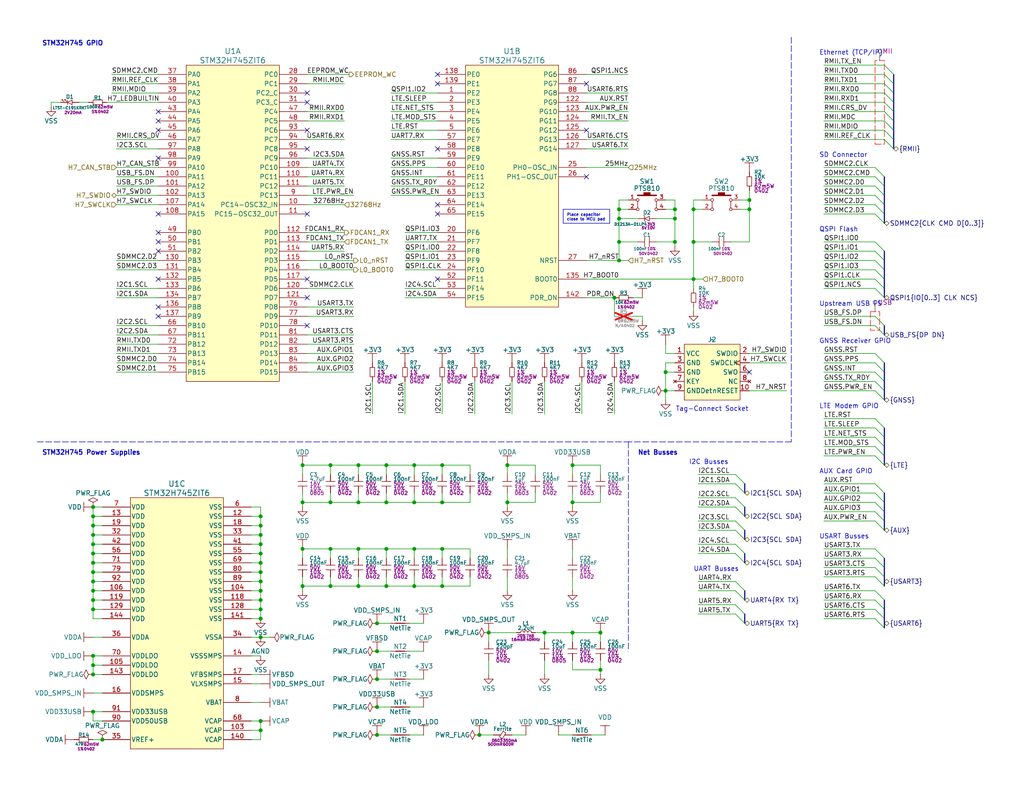
<source format=kicad_sch>
(kicad_sch (version 20250114) (generator "eeschema") (generator_version "9.0")
  (paper "USLetter")
  (title_block (title "STM32H745 I/Os") (date "2025-03-31") (rev "1") (comment 2 "PROTOTYPE") (comment 3 "2025"))
  (bus_alias "AUX" (members "AUX.GPIO[1..3]" "AUX.RST" "AUX.PWR_EN"))
  (bus_alias "DEBUG" (members "DBG.JTMS/SWDIO" "DBG.JTCK/SWCLK" "DBG.JTDI" "DBG.JTDO/SWO"))
  (bus_alias "GNSS" (members "GNSS.RST" "GNSS.PPS" "GNSS.INT" "GNSS.TX_RDY" "GNSS.PWR_EN"))
  (bus_alias "LTE" (members "LTE.RST" "LTE.SLEEP" "LTE.NET_STS" "LTE.PWR_EN" "LTE.MOD_STS"))
  (bus_alias "RMII" (members "RMII.TX_EN" "RMII.TXD0" "RMII.TXD1" "RMII.RXD0" "RMII.RXD1" "RMII.CRS_DV" "RMII.MDC" "RMII.MDIO" "RMII.REF_CLK"))
  (text "I2C Busses" (at 187.96 127 0) (effects (font (size 1.27 1.27)) (justify left bottom)))
  (text "USART Busses" (at 223.52 147.32 0) (effects (font (size 1.27 1.27)) (justify left bottom)))
  (text "UART Busses" (at 189.23 156.21 0) (effects (font (size 1.27 1.27)) (justify left bottom)))
  (text "GNSS Receiver GPIO" (at 223.52 93.98 0) (effects (font (size 1.27 1.27)) (justify left bottom)))
  (text "Ethernet (TCP/IP)" (at 223.52 15.24 0) (effects (font (size 1.27 1.27)) (justify left bottom)))
  (text "Tag-Connect Socket" (at 194.31 111.76 0) (effects (font (size 1.27 1.27))))
  (text "QSPI Flash" (at 223.52 63.5 0) (effects (font (size 1.27 1.27)) (justify left bottom)))
  (text "SD Connector" (at 223.52 43.18 0) (effects (font (size 1.27 1.27)) (justify left bottom)))
  (text "AUX Card GPIO" (at 223.52 129.54 0) (effects (font (size 1.27 1.27)) (justify left bottom)))
  (text "Net Busses" (at 173.99 124.46 0) (effects (font (size 1.27 1.27) (thickness 0.254) (bold yes)) (justify left bottom)))
  (text "STM32H745 GPIO" (at 11.43 12.7 0) (effects (font (size 1.27 1.27) (thickness 0.254) (bold yes)) (justify left bottom)))
  (text "STM32H745 Power Supplies" (at 11.43 124.46 0) (effects (font (size 1.27 1.27) (thickness 0.254) (bold yes)) (justify left bottom)))
  (text "Upstream USB FS" (at 223.52 83.82 0) (effects (font (size 1.27 1.27)) (justify left bottom)))
  (text "LTE Modem GPIO" (at 223.52 111.76 0) (effects (font (size 1.27 1.27)) (justify left bottom)))
  (text_box "Place capacitor close to MCU pad" (at 153.67 57.15 0) (size 12.7 3.81) (margins 0.9525 0.9525 0.9525 0.9525) (effects (font (size 0.762 0.762)) (justify left top)))
  (junction (at 189.23 76.2))
  (junction (at 204.47 57.15))
  (junction (at 71.12 140.97))
  (junction (at 184.15 59.69))
  (junction (at 156.21 137.16))
  (junction (at 25.4 156.21))
  (junction (at 71.12 146.05))
  (junction (at 102.87 177.8))
  (junction (at 25.4 158.75))
  (junction (at 71.12 156.21))
  (junction (at 105.41 137.16))
  (junction (at 105.41 160.02))
  (junction (at 120.65 149.86))
  (junction (at 25.4 143.51))
  (junction (at 102.87 185.42))
  (junction (at 163.83 182.88))
  (junction (at 25.4 194.31))
  (junction (at 71.12 196.85))
  (junction (at 71.12 161.29))
  (junction (at 168.91 57.15))
  (junction (at 163.83 172.72))
  (junction (at 120.65 127))
  (junction (at 156.21 172.72))
  (junction (at 71.12 173.99))
  (junction (at 25.4 151.13))
  (junction (at 105.41 149.86))
  (junction (at 97.79 149.86))
  (junction (at 168.91 71.12))
  (junction (at 25.4 179.07))
  (junction (at 168.91 59.69))
  (junction (at 167.64 81.28))
  (junction (at 189.23 57.15))
  (junction (at 156.21 127))
  (junction (at 204.47 54.61))
  (junction (at 138.43 137.16))
  (junction (at 25.4 184.15))
  (junction (at 25.4 140.97))
  (junction (at 25.4 138.43))
  (junction (at 148.59 172.72))
  (junction (at 90.17 127))
  (junction (at 90.17 149.86))
  (junction (at 71.12 158.75))
  (junction (at 71.12 168.91))
  (junction (at 130.81 200.66))
  (junction (at 97.79 160.02))
  (junction (at 184.15 57.15))
  (junction (at 71.12 148.59))
  (junction (at 181.61 106.68))
  (junction (at 25.4 146.05))
  (junction (at 27.94 201.93))
  (junction (at 181.61 101.6))
  (junction (at 25.4 181.61))
  (junction (at 120.65 137.16))
  (junction (at 113.03 127))
  (junction (at 138.43 127))
  (junction (at 82.55 137.16))
  (junction (at 102.87 193.04))
  (junction (at 113.03 160.02))
  (junction (at 71.12 166.37))
  (junction (at 97.79 127))
  (junction (at 102.87 200.66))
  (junction (at 97.79 137.16))
  (junction (at 82.55 149.86))
  (junction (at 113.03 137.16))
  (junction (at 25.4 163.83))
  (junction (at 71.12 143.51))
  (junction (at 25.4 148.59))
  (junction (at 71.12 153.67))
  (junction (at 82.55 160.02))
  (junction (at 102.87 170.18))
  (junction (at 25.4 166.37))
  (junction (at 25.4 161.29))
  (junction (at 90.17 137.16))
  (junction (at 71.12 163.83))
  (junction (at 133.35 172.72))
  (junction (at 90.17 160.02))
  (junction (at 71.12 199.39))
  (junction (at 113.03 149.86))
  (junction (at 25.4 153.67))
  (junction (at 189.23 66.04))
  (junction (at 184.15 66.04))
  (junction (at 71.12 151.13))
  (junction (at 82.55 127))
  (junction (at 120.65 160.02))
  (junction (at 105.41 127))
  (junction (at 168.91 66.04))
  (no_connect (at 43.18 58.42))
  (no_connect (at 119.38 20.32))
  (no_connect (at 83.82 76.2))
  (no_connect (at 160.02 22.86))
  (no_connect (at 204.47 101.6))
  (no_connect (at 119.38 22.86))
  (no_connect (at 83.82 58.42))
  (no_connect (at 43.18 63.5))
  (no_connect (at 160.02 35.56))
  (no_connect (at 43.18 76.2))
  (no_connect (at 43.18 33.02))
  (no_connect (at 119.38 55.88))
  (no_connect (at 43.18 43.18))
  (no_connect (at 43.18 30.48))
  (no_connect (at 83.82 40.64))
  (no_connect (at 83.82 88.9))
  (no_connect (at 83.82 27.94))
  (no_connect (at 43.18 68.58))
  (no_connect (at 83.82 25.4))
  (no_connect (at 43.18 86.36))
  (no_connect (at 83.82 81.28))
  (no_connect (at 119.38 58.42))
  (no_connect (at 119.38 76.2))
  (no_connect (at 83.82 35.56))
  (no_connect (at 43.18 83.82))
  (no_connect (at 43.18 66.04))
  (no_connect (at 119.38 40.64))
  (no_connect (at 160.02 48.26))
  (no_connect (at 43.18 35.56))
  (bus_entry (at 238.76 68.58) (size 2.54 2.54))
  (bus_entry (at 238.76 104.14) (size 2.54 2.54))
  (bus_entry (at 238.76 48.26) (size 2.54 2.54))
  (bus_entry (at 241.3 25.4) (size 2.54 2.54))
  (bus_entry (at 238.76 168.91) (size 2.54 2.54))
  (bus_entry (at 241.3 27.94) (size 2.54 2.54))
  (bus_entry (at 238.76 142.24) (size 2.54 2.54))
  (bus_entry (at 238.76 101.6) (size 2.54 2.54))
  (bus_entry (at 238.76 152.4) (size 2.54 2.54))
  (bus_entry (at 238.76 154.94) (size 2.54 2.54))
  (bus_entry (at 238.76 86.36) (size 2.54 2.54))
  (bus_entry (at 200.66 138.43) (size 2.54 2.54))
  (bus_entry (at 238.76 161.29) (size 2.54 2.54))
  (bus_entry (at 241.3 30.48) (size 2.54 2.54))
  (bus_entry (at 200.66 161.29) (size 2.54 2.54))
  (bus_entry (at 238.76 66.04) (size 2.54 2.54))
  (bus_entry (at 200.66 158.75) (size 2.54 2.54))
  (bus_entry (at 238.76 157.48) (size 2.54 2.54))
  (bus_entry (at 238.76 45.72) (size 2.54 2.54))
  (bus_entry (at 238.76 121.92) (size 2.54 2.54))
  (bus_entry (at 200.66 144.78) (size 2.54 2.54))
  (bus_entry (at 238.76 71.12) (size 2.54 2.54))
  (bus_entry (at 238.76 76.2) (size 2.54 2.54))
  (bus_entry (at 238.76 78.74) (size 2.54 2.54))
  (bus_entry (at 200.66 151.13) (size 2.54 2.54))
  (bus_entry (at 241.3 35.56) (size 2.54 2.54))
  (bus_entry (at 200.66 142.24) (size 2.54 2.54))
  (bus_entry (at 200.66 167.64) (size 2.54 2.54))
  (bus_entry (at 200.66 135.89) (size 2.54 2.54))
  (bus_entry (at 238.76 124.46) (size 2.54 2.54))
  (bus_entry (at 238.76 134.62) (size 2.54 2.54))
  (bus_entry (at 238.76 137.16) (size 2.54 2.54))
  (bus_entry (at 241.3 22.86) (size 2.54 2.54))
  (bus_entry (at 200.66 129.54) (size 2.54 2.54))
  (bus_entry (at 238.76 50.8) (size 2.54 2.54))
  (bus_entry (at 200.66 148.59) (size 2.54 2.54))
  (bus_entry (at 238.76 114.3) (size 2.54 2.54))
  (bus_entry (at 238.76 132.08) (size 2.54 2.54))
  (bus_entry (at 238.76 73.66) (size 2.54 2.54))
  (bus_entry (at 238.76 58.42) (size 2.54 2.54))
  (bus_entry (at 241.3 20.32) (size 2.54 2.54))
  (bus_entry (at 241.3 38.1) (size 2.54 2.54))
  (bus_entry (at 238.76 88.9) (size 2.54 2.54))
  (bus_entry (at 238.76 99.06) (size 2.54 2.54))
  (bus_entry (at 238.76 116.84) (size 2.54 2.54))
  (bus_entry (at 200.66 132.08) (size 2.54 2.54))
  (bus_entry (at 238.76 139.7) (size 2.54 2.54))
  (bus_entry (at 200.66 165.1) (size 2.54 2.54))
  (bus_entry (at 238.76 53.34) (size 2.54 2.54))
  (bus_entry (at 238.76 149.86) (size 2.54 2.54))
  (bus_entry (at 238.76 96.52) (size 2.54 2.54))
  (bus_entry (at 238.76 119.38) (size 2.54 2.54))
  (bus_entry (at 238.76 163.83) (size 2.54 2.54))
  (bus_entry (at 238.76 55.88) (size 2.54 2.54))
  (bus_entry (at 241.3 17.78) (size 2.54 2.54))
  (bus_entry (at 238.76 106.68) (size 2.54 2.54))
  (bus_entry (at 241.3 33.02) (size 2.54 2.54))
  (bus_entry (at 238.76 166.37) (size 2.54 2.54))
  (wire (pts (xy 68.58 138.43) (xy 71.12 138.43)))
  (wire (pts (xy 68.58 199.39) (xy 71.12 199.39)))
  (bus (pts (xy 241.3 55.88) (xy 241.3 58.42)))
  (wire (pts (xy 105.41 129.54) (xy 105.41 127)))
  (wire (pts (xy 224.79 71.12) (xy 238.76 71.12)))
  (wire (pts (xy 138.43 137.16) (xy 138.43 134.62)))
  (wire (pts (xy 113.03 149.86) (xy 120.65 149.86)))
  (wire (pts (xy 111.76 177.8) (xy 115.57 177.8)))
  (wire (pts (xy 82.55 152.4) (xy 82.55 149.86)))
  (wire (pts (xy 82.55 149.86) (xy 90.17 149.86)))
  (wire (pts (xy 156.21 182.88) (xy 163.83 182.88)))
  (wire (pts (xy 189.23 66.04) (xy 189.23 76.2)))
  (wire (pts (xy 21.59 27.94) (xy 24.13 27.94)))
  (wire (pts (xy 25.4 189.23) (xy 27.94 189.23)))
  (wire (pts (xy 25.4 201.93) (xy 27.94 201.93)))
  (wire (pts (xy 43.18 93.98) (xy 31.75 93.98)))
  (bus (pts (xy 241.3 152.4) (xy 241.3 154.94)))
  (bus (pts (xy 241.3 71.12) (xy 241.3 73.66)))
  (wire (pts (xy 160.02 30.48) (xy 171.45 30.48)))
  (wire (pts (xy 120.65 134.62) (xy 120.65 137.16)))
  (wire (pts (xy 238.76 116.84) (xy 224.79 116.84)))
  (wire (pts (xy 163.83 182.88) (xy 163.83 184.15)))
  (wire (pts (xy 71.12 156.21) (xy 71.12 158.75)))
  (wire (pts (xy 120.65 129.54) (xy 120.65 127)))
  (wire (pts (xy 90.17 127) (xy 97.79 127)))
  (wire (pts (xy 224.79 53.34) (xy 238.76 53.34)))
  (wire (pts (xy 31.75 88.9) (xy 43.18 88.9)))
  (wire (pts (xy 83.82 22.86) (xy 93.98 22.86)))
  (wire (pts (xy 68.58 151.13) (xy 71.12 151.13)))
  (wire (pts (xy 224.79 66.04) (xy 238.76 66.04)))
  (bus (pts (xy 241.3 139.7) (xy 241.3 142.24)))
  (wire (pts (xy 25.4 146.05) (xy 25.4 143.51)))
  (wire (pts (xy 90.17 137.16) (xy 82.55 137.16)))
  (wire (pts (xy 83.82 38.1) (xy 93.98 38.1)))
  (wire (pts (xy 31.75 48.26) (xy 43.18 48.26)))
  (wire (pts (xy 68.58 184.15) (xy 71.12 184.15)))
  (wire (pts (xy 68.58 148.59) (xy 71.12 148.59)))
  (wire (pts (xy 113.03 152.4) (xy 113.03 149.86)))
  (bus (pts (xy 241.3 48.26) (xy 241.3 50.8)))
  (wire (pts (xy 156.21 157.48) (xy 156.21 161.29)))
  (wire (pts (xy 181.61 99.06) (xy 181.61 101.6)))
  (wire (pts (xy 204.47 106.68) (xy 214.63 106.68)))
  (wire (pts (xy 27.94 184.15) (xy 25.4 184.15)))
  (wire (pts (xy 106.68 45.72) (xy 119.38 45.72)))
  (wire (pts (xy 224.79 96.52) (xy 238.76 96.52)))
  (wire (pts (xy 224.79 101.6) (xy 238.76 101.6)))
  (wire (pts (xy 190.5 148.59) (xy 200.66 148.59)))
  (wire (pts (xy 115.57 193.04) (xy 111.76 193.04)))
  (bus (pts (xy 203.2 138.43) (xy 203.2 140.97)))
  (wire (pts (xy 204.47 57.15) (xy 204.47 66.04)))
  (wire (pts (xy 68.58 179.07) (xy 71.12 179.07)))
  (wire (pts (xy 68.58 191.77) (xy 71.12 191.77)))
  (wire (pts (xy 25.4 158.75) (xy 27.94 158.75)))
  (wire (pts (xy 128.27 152.4) (xy 128.27 149.86)))
  (wire (pts (xy 133.35 172.72) (xy 140.97 172.72)))
  (wire (pts (xy 25.4 161.29) (xy 25.4 158.75)))
  (wire (pts (xy 97.79 149.86) (xy 105.41 149.86)))
  (wire (pts (xy 82.55 134.62) (xy 82.55 137.16)))
  (wire (pts (xy 68.58 140.97) (xy 71.12 140.97)))
  (wire (pts (xy 190.5 165.1) (xy 200.66 165.1)))
  (wire (pts (xy 83.82 50.8) (xy 93.98 50.8)))
  (wire (pts (xy 190.5 158.75) (xy 200.66 158.75)))
  (wire (pts (xy 167.64 81.28) (xy 167.64 86.36)))
  (wire (pts (xy 83.82 55.88) (xy 93.98 55.88)))
  (wire (pts (xy 181.61 96.52) (xy 184.15 96.52)))
  (wire (pts (xy 106.68 38.1) (xy 119.38 38.1)))
  (wire (pts (xy 190.5 151.13) (xy 200.66 151.13)))
  (wire (pts (xy 106.68 48.26) (xy 119.38 48.26)))
  (bus (pts (xy 241.3 119.38) (xy 241.3 121.92)))
  (wire (pts (xy 25.4 173.99) (xy 27.94 173.99)))
  (wire (pts (xy 181.61 93.98) (xy 181.61 96.52)))
  (wire (pts (xy 168.91 66.04) (xy 168.91 71.12)))
  (wire (pts (xy 189.23 57.15) (xy 189.23 66.04)))
  (wire (pts (xy 71.12 148.59) (xy 71.12 151.13)))
  (wire (pts (xy 27.94 146.05) (xy 25.4 146.05)))
  (wire (pts (xy 224.79 134.62) (xy 238.76 134.62)))
  (wire (pts (xy 120.65 157.48) (xy 120.65 160.02)))
  (wire (pts (xy 224.79 157.48) (xy 238.76 157.48)))
  (wire (pts (xy 156.21 172.72) (xy 163.83 172.72)))
  (bus (pts (xy 241.3 137.16) (xy 241.3 139.7)))
  (wire (pts (xy 189.23 83.82) (xy 189.23 85.09)))
  (wire (pts (xy 160.02 45.72) (xy 171.45 45.72)))
  (wire (pts (xy 224.79 163.83) (xy 238.76 163.83)))
  (wire (pts (xy 106.68 43.18) (xy 119.38 43.18)))
  (wire (pts (xy 31.75 53.34) (xy 43.18 53.34)))
  (wire (pts (xy 71.12 196.85) (xy 68.58 196.85)))
  (wire (pts (xy 83.82 30.48) (xy 93.98 30.48)))
  (wire (pts (xy 224.79 58.42) (xy 238.76 58.42)))
  (wire (pts (xy 241.3 20.32) (xy 224.79 20.32)))
  (wire (pts (xy 128.27 129.54) (xy 128.27 127)))
  (wire (pts (xy 224.79 142.24) (xy 238.76 142.24)))
  (wire (pts (xy 238.76 119.38) (xy 224.79 119.38)))
  (wire (pts (xy 224.79 48.26) (xy 238.76 48.26)))
  (wire (pts (xy 83.82 33.02) (xy 93.98 33.02)))
  (wire (pts (xy 25.4 163.83) (xy 25.4 166.37)))
  (wire (pts (xy 71.12 158.75) (xy 71.12 161.29)))
  (wire (pts (xy 105.41 127) (xy 113.03 127)))
  (wire (pts (xy 167.64 104.14) (xy 167.64 113.03)))
  (wire (pts (xy 190.5 144.78) (xy 200.66 144.78)))
  (wire (pts (xy 111.76 185.42) (xy 115.57 185.42)))
  (wire (pts (xy 238.76 114.3) (xy 224.79 114.3)))
  (wire (pts (xy 71.12 151.13) (xy 71.12 153.67)))
  (wire (pts (xy 146.05 172.72) (xy 148.59 172.72)))
  (bus (pts (xy 203.2 144.78) (xy 203.2 147.32)))
  (wire (pts (xy 156.21 127) (xy 156.21 129.54)))
  (wire (pts (xy 241.3 17.78) (xy 224.79 17.78)))
  (wire (pts (xy 168.91 59.69) (xy 168.91 66.04)))
  (wire (pts (xy 31.75 45.72) (xy 43.18 45.72)))
  (bus (pts (xy 203.2 167.64) (xy 203.2 170.18)))
  (wire (pts (xy 163.83 134.62) (xy 163.83 137.16)))
  (wire (pts (xy 105.41 137.16) (xy 97.79 137.16)))
  (wire (pts (xy 90.17 157.48) (xy 90.17 160.02)))
  (wire (pts (xy 102.87 177.8) (xy 106.68 177.8)))
  (bus (pts (xy 241.3 50.8) (xy 241.3 53.34)))
  (wire (pts (xy 83.82 45.72) (xy 93.98 45.72)))
  (wire (pts (xy 96.52 99.06) (xy 83.82 99.06)))
  (polyline (pts (xy 10.16 120.65) (xy 171.45 120.65)) (stroke (width 0) (type dash)))
  (wire (pts (xy 31.75 55.88) (xy 43.18 55.88)))
  (wire (pts (xy 25.4 156.21) (xy 25.4 153.67)))
  (wire (pts (xy 238.76 121.92) (xy 224.79 121.92)))
  (wire (pts (xy 184.15 99.06) (xy 181.61 99.06)))
  (wire (pts (xy 120.65 137.16) (xy 113.03 137.16)))
  (bus (pts (xy 203.2 151.13) (xy 203.2 153.67)))
  (wire (pts (xy 224.79 88.9) (xy 238.76 88.9)))
  (wire (pts (xy 171.45 54.61) (xy 168.91 54.61)))
  (wire (pts (xy 25.4 156.21) (xy 27.94 156.21)))
  (wire (pts (xy 83.82 48.26) (xy 93.98 48.26)))
  (wire (pts (xy 163.83 137.16) (xy 156.21 137.16)))
  (wire (pts (xy 224.79 106.68) (xy 238.76 106.68)))
  (wire (pts (xy 224.79 30.48) (xy 241.3 30.48)))
  (wire (pts (xy 25.4 153.67) (xy 25.4 151.13)))
  (wire (pts (xy 113.03 157.48) (xy 113.03 160.02)))
  (bus (pts (xy 241.3 76.2) (xy 241.3 78.74)))
  (bus (pts (xy 241.3 104.14) (xy 241.3 106.68)))
  (wire (pts (xy 113.03 137.16) (xy 105.41 137.16)))
  (bus (pts (xy 241.3 121.92) (xy 241.3 124.46)))
  (wire (pts (xy 152.4 200.66) (xy 156.21 200.66)))
  (wire (pts (xy 128.27 134.62) (xy 128.27 137.16)))
  (wire (pts (xy 102.87 170.18) (xy 106.68 170.18)))
  (wire (pts (xy 224.79 168.91) (xy 238.76 168.91)))
  (wire (pts (xy 156.21 138.43) (xy 156.21 137.16)))
  (wire (pts (xy 106.68 50.8) (xy 119.38 50.8)))
  (wire (pts (xy 83.82 93.98) (xy 96.52 93.98)))
  (wire (pts (xy 129.54 104.14) (xy 129.54 113.03)))
  (wire (pts (xy 160.02 40.64) (xy 171.45 40.64)))
  (wire (pts (xy 68.58 156.21) (xy 71.12 156.21)))
  (wire (pts (xy 160.02 20.32) (xy 171.45 20.32)))
  (wire (pts (xy 68.58 153.67) (xy 71.12 153.67)))
  (bus (pts (xy 241.3 116.84) (xy 241.3 119.38)))
  (wire (pts (xy 163.83 129.54) (xy 163.83 127)))
  (bus (pts (xy 203.2 132.08) (xy 203.2 134.62)))
  (wire (pts (xy 96.52 101.6) (xy 83.82 101.6)))
  (wire (pts (xy 224.79 104.14) (xy 238.76 104.14)))
  (wire (pts (xy 160.02 33.02) (xy 171.45 33.02)))
  (wire (pts (xy 97.79 137.16) (xy 90.17 137.16)))
  (wire (pts (xy 68.58 158.75) (xy 71.12 158.75)))
  (wire (pts (xy 25.4 143.51) (xy 25.4 140.97)))
  (wire (pts (xy 119.38 35.56) (xy 106.68 35.56)))
  (wire (pts (xy 184.15 57.15) (xy 184.15 59.69)))
  (wire (pts (xy 82.55 160.02) (xy 82.55 161.29)))
  (bus (pts (xy 241.3 99.06) (xy 241.3 101.6)))
  (wire (pts (xy 189.23 57.15) (xy 191.77 57.15)))
  (wire (pts (xy 204.47 66.04) (xy 199.39 66.04)))
  (wire (pts (xy 90.17 149.86) (xy 97.79 149.86)))
  (wire (pts (xy 31.75 99.06) (xy 43.18 99.06)))
  (wire (pts (xy 146.05 127) (xy 138.43 127)))
  (wire (pts (xy 189.23 54.61) (xy 189.23 57.15)))
  (wire (pts (xy 224.79 124.46) (xy 238.76 124.46)))
  (bus (pts (xy 243.84 30.48) (xy 243.84 33.02)))
  (wire (pts (xy 163.83 172.72) (xy 163.83 175.26)))
  (wire (pts (xy 128.27 157.48) (xy 128.27 160.02)))
  (wire (pts (xy 133.35 172.72) (xy 133.35 175.26)))
  (wire (pts (xy 110.49 71.12) (xy 119.38 71.12)))
  (wire (pts (xy 224.79 154.94) (xy 238.76 154.94)))
  (wire (pts (xy 201.93 57.15) (xy 204.47 57.15)))
  (wire (pts (xy 224.79 149.86) (xy 238.76 149.86)))
  (wire (pts (xy 161.29 200.66) (xy 165.1 200.66)))
  (wire (pts (xy 179.07 59.69) (xy 184.15 59.69)))
  (wire (pts (xy 25.4 158.75) (xy 25.4 156.21)))
  (wire (pts (xy 25.4 163.83) (xy 27.94 163.83)))
  (wire (pts (xy 71.12 161.29) (xy 71.12 163.83)))
  (bus (pts (xy 241.3 124.46) (xy 241.3 127)))
  (wire (pts (xy 31.75 91.44) (xy 43.18 91.44)))
  (wire (pts (xy 68.58 146.05) (xy 71.12 146.05)))
  (wire (pts (xy 224.79 139.7) (xy 238.76 139.7)))
  (wire (pts (xy 83.82 71.12) (xy 96.52 71.12)))
  (wire (pts (xy 224.79 35.56) (xy 241.3 35.56)))
  (bus (pts (xy 241.3 157.48) (xy 241.3 160.02)))
  (wire (pts (xy 25.4 151.13) (xy 25.4 148.59)))
  (wire (pts (xy 97.79 134.62) (xy 97.79 137.16)))
  (wire (pts (xy 120.65 149.86) (xy 128.27 149.86)))
  (wire (pts (xy 160.02 81.28) (xy 167.64 81.28)))
  (wire (pts (xy 175.26 86.36) (xy 172.72 86.36)))
  (wire (pts (xy 191.77 54.61) (xy 189.23 54.61)))
  (wire (pts (xy 138.43 138.43) (xy 138.43 137.16)))
  (wire (pts (xy 168.91 59.69) (xy 173.99 59.69)))
  (bus (pts (xy 241.3 142.24) (xy 241.3 144.78)))
  (wire (pts (xy 106.68 193.04) (xy 102.87 193.04)))
  (bus (pts (xy 243.84 22.86) (xy 243.84 25.4)))
  (wire (pts (xy 90.17 160.02) (xy 82.55 160.02)))
  (polyline (pts (xy 215.9 120.65) (xy 171.45 120.65)) (stroke (width 0) (type dash)))
  (wire (pts (xy 31.75 38.1) (xy 43.18 38.1)))
  (bus (pts (xy 241.3 168.91) (xy 241.3 171.45)))
  (wire (pts (xy 27.94 143.51) (xy 25.4 143.51)))
  (wire (pts (xy 160.02 76.2) (xy 189.23 76.2)))
  (wire (pts (xy 25.4 151.13) (xy 27.94 151.13)))
  (bus (pts (xy 203.2 161.29) (xy 203.2 163.83)))
  (wire (pts (xy 97.79 157.48) (xy 97.79 160.02)))
  (wire (pts (xy 133.35 180.34) (xy 133.35 184.15)))
  (wire (pts (xy 25.4 179.07) (xy 27.94 179.07)))
  (wire (pts (xy 168.91 57.15) (xy 168.91 59.69)))
  (wire (pts (xy 146.05 129.54) (xy 146.05 127)))
  (wire (pts (xy 224.79 76.2) (xy 238.76 76.2)))
  (wire (pts (xy 96.52 96.52) (xy 83.82 96.52)))
  (wire (pts (xy 190.5 129.54) (xy 200.66 129.54)))
  (wire (pts (xy 68.58 143.51) (xy 71.12 143.51)))
  (wire (pts (xy 190.5 138.43) (xy 200.66 138.43)))
  (wire (pts (xy 156.21 172.72) (xy 156.21 175.26)))
  (wire (pts (xy 241.3 25.4) (xy 224.79 25.4)))
  (wire (pts (xy 181.61 106.68) (xy 184.15 106.68)))
  (wire (pts (xy 110.49 73.66) (xy 119.38 73.66)))
  (wire (pts (xy 175.26 81.28) (xy 172.72 81.28)))
  (wire (pts (xy 71.12 166.37) (xy 71.12 168.91)))
  (wire (pts (xy 71.12 199.39) (xy 71.12 196.85)))
  (wire (pts (xy 71.12 173.99) (xy 73.66 173.99)))
  (wire (pts (xy 13.97 29.21) (xy 13.97 27.94)))
  (wire (pts (xy 105.41 149.86) (xy 113.03 149.86)))
  (wire (pts (xy 115.57 200.66) (xy 111.76 200.66)))
  (wire (pts (xy 31.75 96.52) (xy 43.18 96.52)))
  (bus (pts (xy 243.84 35.56) (xy 243.84 38.1)))
  (wire (pts (xy 189.23 66.04) (xy 194.31 66.04)))
  (wire (pts (xy 119.38 27.94) (xy 106.68 27.94)))
  (wire (pts (xy 110.49 68.58) (xy 119.38 68.58)))
  (wire (pts (xy 31.75 101.6) (xy 43.18 101.6)))
  (wire (pts (xy 156.21 180.34) (xy 156.21 182.88)))
  (wire (pts (xy 241.3 33.02) (xy 224.79 33.02)))
  (wire (pts (xy 110.49 63.5) (xy 119.38 63.5)))
  (wire (pts (xy 139.7 200.66) (xy 143.51 200.66)))
  (wire (pts (xy 25.4 140.97) (xy 25.4 138.43)))
  (wire (pts (xy 71.12 146.05) (xy 71.12 148.59)))
  (wire (pts (xy 97.79 152.4) (xy 97.79 149.86)))
  (wire (pts (xy 224.79 86.36) (xy 238.76 86.36)))
  (wire (pts (xy 25.4 166.37) (xy 25.4 168.91)))
  (wire (pts (xy 102.87 185.42) (xy 106.68 185.42)))
  (wire (pts (xy 224.79 152.4) (xy 238.76 152.4)))
  (wire (pts (xy 184.15 54.61) (xy 184.15 57.15)))
  (wire (pts (xy 130.81 200.66) (xy 134.62 200.66)))
  (bus (pts (xy 243.84 20.32) (xy 243.84 22.86)))
  (wire (pts (xy 97.79 160.02) (xy 90.17 160.02)))
  (wire (pts (xy 90.17 152.4) (xy 90.17 149.86)))
  (bus (pts (xy 243.84 33.02) (xy 243.84 35.56)))
  (wire (pts (xy 160.02 27.94) (xy 171.45 27.94)))
  (wire (pts (xy 138.43 127) (xy 138.43 129.54)))
  (wire (pts (xy 25.4 138.43) (xy 27.94 138.43)))
  (wire (pts (xy 31.75 73.66) (xy 43.18 73.66)))
  (wire (pts (xy 184.15 101.6) (xy 181.61 101.6)))
  (wire (pts (xy 71.12 140.97) (xy 71.12 143.51)))
  (wire (pts (xy 110.49 104.14) (xy 110.49 113.03)))
  (wire (pts (xy 97.79 127) (xy 105.41 127)))
  (wire (pts (xy 83.82 91.44) (xy 96.52 91.44)))
  (wire (pts (xy 158.75 104.14) (xy 158.75 113.03)))
  (wire (pts (xy 120.65 127) (xy 128.27 127)))
  (bus (pts (xy 241.3 73.66) (xy 241.3 76.2)))
  (wire (pts (xy 204.47 52.07) (xy 204.47 54.61)))
  (wire (pts (xy 148.59 172.72) (xy 156.21 172.72)))
  (polyline (pts (xy 215.9 10.16) (xy 215.9 120.65)) (stroke (width 0) (type dash)))
  (wire (pts (xy 82.55 137.16) (xy 82.55 138.43)))
  (bus (pts (xy 243.84 25.4) (xy 243.84 27.94)))
  (wire (pts (xy 189.23 76.2) (xy 189.23 78.74)))
  (wire (pts (xy 105.41 134.62) (xy 105.41 137.16)))
  (wire (pts (xy 179.07 66.04) (xy 184.15 66.04)))
  (wire (pts (xy 83.82 68.58) (xy 93.98 68.58)))
  (wire (pts (xy 204.47 96.52) (xy 214.63 96.52)))
  (wire (pts (xy 95.25 20.32) (xy 83.82 20.32)))
  (bus (pts (xy 241.3 68.58) (xy 241.3 71.12)))
  (wire (pts (xy 71.12 201.93) (xy 71.12 199.39)))
  (wire (pts (xy 71.12 143.51) (xy 71.12 146.05)))
  (bus (pts (xy 241.3 106.68) (xy 241.3 109.22)))
  (wire (pts (xy 168.91 57.15) (xy 171.45 57.15)))
  (wire (pts (xy 156.21 149.86) (xy 156.21 152.4)))
  (wire (pts (xy 83.82 73.66) (xy 96.52 73.66)))
  (wire (pts (xy 120.65 104.14) (xy 120.65 113.03)))
  (wire (pts (xy 83.82 86.36) (xy 96.52 86.36)))
  (wire (pts (xy 68.58 173.99) (xy 71.12 173.99)))
  (wire (pts (xy 224.79 166.37) (xy 238.76 166.37)))
  (wire (pts (xy 224.79 22.86) (xy 241.3 22.86)))
  (wire (pts (xy 90.17 134.62) (xy 90.17 137.16)))
  (wire (pts (xy 27.94 168.91) (xy 25.4 168.91)))
  (wire (pts (xy 120.65 160.02) (xy 113.03 160.02)))
  (wire (pts (xy 148.59 104.14) (xy 148.59 113.03)))
  (wire (pts (xy 139.7 104.14) (xy 139.7 113.03)))
  (bus (pts (xy 241.3 78.74) (xy 241.3 81.28)))
  (wire (pts (xy 181.61 106.68) (xy 181.61 109.22)))
  (wire (pts (xy 181.61 57.15) (xy 184.15 57.15)))
  (wire (pts (xy 83.82 63.5) (xy 93.98 63.5)))
  (wire (pts (xy 224.79 45.72) (xy 238.76 45.72)))
  (bus (pts (xy 243.84 27.94) (xy 243.84 30.48)))
  (wire (pts (xy 190.5 132.08) (xy 200.66 132.08)))
  (wire (pts (xy 160.02 25.4) (xy 171.45 25.4)))
  (wire (pts (xy 224.79 55.88) (xy 238.76 55.88)))
  (wire (pts (xy 204.47 54.61) (xy 204.47 57.15)))
  (wire (pts (xy 68.58 163.83) (xy 71.12 163.83)))
  (wire (pts (xy 25.4 161.29) (xy 27.94 161.29)))
  (wire (pts (xy 25.4 184.15) (xy 25.4 181.61)))
  (wire (pts (xy 190.5 167.64) (xy 200.66 167.64)))
  (bus (pts (xy 241.3 53.34) (xy 241.3 55.88)))
  (wire (pts (xy 148.59 172.72) (xy 148.59 175.26)))
  (wire (pts (xy 190.5 135.89) (xy 200.66 135.89)))
  (wire (pts (xy 241.3 27.94) (xy 224.79 27.94)))
  (wire (pts (xy 82.55 157.48) (xy 82.55 160.02)))
  (wire (pts (xy 110.49 66.04) (xy 119.38 66.04)))
  (wire (pts (xy 25.4 148.59) (xy 25.4 146.05)))
  (wire (pts (xy 168.91 66.04) (xy 173.99 66.04)))
  (wire (pts (xy 25.4 181.61) (xy 25.4 179.07)))
  (wire (pts (xy 30.48 25.4) (xy 43.18 25.4)))
  (wire (pts (xy 31.75 81.28) (xy 43.18 81.28)))
  (wire (pts (xy 68.58 161.29) (xy 71.12 161.29)))
  (wire (pts (xy 191.77 76.2) (xy 189.23 76.2)))
  (wire (pts (xy 106.68 33.02) (xy 119.38 33.02)))
  (wire (pts (xy 29.21 27.94) (xy 43.18 27.94)))
  (wire (pts (xy 82.55 127) (xy 90.17 127)))
  (bus (pts (xy 241.3 134.62) (xy 241.3 137.16)))
  (wire (pts (xy 224.79 132.08) (xy 238.76 132.08)))
  (wire (pts (xy 106.68 200.66) (xy 102.87 200.66)))
  (wire (pts (xy 138.43 149.86) (xy 138.43 152.4)))
  (wire (pts (xy 119.38 30.48) (xy 106.68 30.48)))
  (bus (pts (xy 241.3 101.6) (xy 241.3 104.14)))
  (wire (pts (xy 71.12 153.67) (xy 71.12 156.21)))
  (wire (pts (xy 224.79 73.66) (xy 238.76 73.66)))
  (wire (pts (xy 43.18 20.32) (xy 30.48 20.32)))
  (wire (pts (xy 111.76 170.18) (xy 115.57 170.18)))
  (wire (pts (xy 71.12 163.83) (xy 71.12 166.37)))
  (wire (pts (xy 25.4 194.31) (xy 25.4 196.85)))
  (wire (pts (xy 138.43 157.48) (xy 138.43 161.29)))
  (bus (pts (xy 241.3 163.83) (xy 241.3 166.37)))
  (bus (pts (xy 241.3 154.94) (xy 241.3 157.48)))
  (wire (pts (xy 82.55 127) (xy 82.55 129.54)))
  (wire (pts (xy 224.79 50.8) (xy 238.76 50.8)))
  (wire (pts (xy 105.41 160.02) (xy 97.79 160.02)))
  (wire (pts (xy 160.02 71.12) (xy 168.91 71.12)))
  (wire (pts (xy 97.79 129.54) (xy 97.79 127)))
  (wire (pts (xy 27.94 166.37) (xy 25.4 166.37)))
  (bus (pts (xy 241.3 166.37) (xy 241.3 168.91)))
  (wire (pts (xy 113.03 160.02) (xy 105.41 160.02)))
  (wire (pts (xy 68.58 166.37) (xy 71.12 166.37)))
  (wire (pts (xy 184.15 66.04) (xy 184.15 67.31)))
  (wire (pts (xy 30.48 22.86) (xy 43.18 22.86)))
  (wire (pts (xy 96.52 53.34) (xy 83.82 53.34)))
  (wire (pts (xy 148.59 180.34) (xy 148.59 184.15)))
  (wire (pts (xy 204.47 99.06) (xy 214.63 99.06)))
  (wire (pts (xy 71.12 138.43) (xy 71.12 140.97)))
  (wire (pts (xy 113.03 127) (xy 120.65 127)))
  (polyline (pts (xy 171.45 120.65) (xy 171.45 177.8)) (stroke (width 0) (type dash)))
  (wire (pts (xy 90.17 129.54) (xy 90.17 127)))
  (wire (pts (xy 146.05 134.62) (xy 146.05 137.16)))
  (wire (pts (xy 25.4 163.83) (xy 25.4 161.29)))
  (wire (pts (xy 31.75 50.8) (xy 43.18 50.8)))
  (wire (pts (xy 113.03 129.54) (xy 113.03 127)))
  (wire (pts (xy 110.49 78.74) (xy 119.38 78.74)))
  (bus (pts (xy 241.3 58.42) (xy 241.3 60.96)))
  (wire (pts (xy 120.65 152.4) (xy 120.65 149.86)))
  (wire (pts (xy 156.21 137.16) (xy 156.21 134.62)))
  (wire (pts (xy 83.82 83.82) (xy 96.52 83.82)))
  (wire (pts (xy 105.41 152.4) (xy 105.41 149.86)))
  (wire (pts (xy 181.61 101.6) (xy 181.61 106.68)))
  (wire (pts (xy 13.97 27.94) (xy 16.51 27.94)))
  (wire (pts (xy 31.75 40.64) (xy 43.18 40.64)))
  (wire (pts (xy 68.58 201.93) (xy 71.12 201.93)))
  (wire (pts (xy 224.79 137.16) (xy 238.76 137.16)))
  (bus (pts (xy 243.84 38.1) (xy 243.84 40.64)))
  (wire (pts (xy 83.82 43.18) (xy 93.98 43.18)))
  (wire (pts (xy 105.41 157.48) (xy 105.41 160.02)))
  (wire (pts (xy 113.03 134.62) (xy 113.03 137.16)))
  (wire (pts (xy 190.5 142.24) (xy 200.66 142.24)))
  (wire (pts (xy 83.82 78.74) (xy 96.52 78.74)))
  (wire (pts (xy 68.58 186.69) (xy 71.12 186.69)))
  (wire (pts (xy 25.4 196.85) (xy 27.94 196.85)))
  (wire (pts (xy 128.27 137.16) (xy 120.65 137.16)))
  (wire (pts (xy 101.6 104.14) (xy 101.6 113.03)))
  (wire (pts (xy 181.61 54.61) (xy 184.15 54.61)))
  (wire (pts (xy 224.79 78.74) (xy 238.76 78.74)))
  (wire (pts (xy 68.58 168.91) (xy 71.12 168.91)))
  (wire (pts (xy 83.82 66.04) (xy 93.98 66.04)))
  (wire (pts (xy 224.79 38.1) (xy 241.3 38.1)))
  (wire (pts (xy 160.02 38.1) (xy 171.45 38.1)))
  (wire (pts (xy 224.79 161.29) (xy 238.76 161.29)))
  (wire (pts (xy 27.94 148.59) (xy 25.4 148.59)))
  (wire (pts (xy 25.4 153.67) (xy 27.94 153.67)))
  (wire (pts (xy 175.26 87.63) (xy 175.26 86.36)))
  (wire (pts (xy 27.94 181.61) (xy 25.4 181.61)))
  (wire (pts (xy 163.83 127) (xy 156.21 127)))
  (wire (pts (xy 163.83 180.34) (xy 163.83 182.88)))
  (wire (pts (xy 106.68 53.34) (xy 119.38 53.34)))
  (bus (pts (xy 241.3 88.9) (xy 241.3 91.44)))
  (wire (pts (xy 25.4 194.31) (xy 27.94 194.31)))
  (wire (pts (xy 31.75 78.74) (xy 43.18 78.74)))
  (wire (pts (xy 168.91 54.61) (xy 168.91 57.15)))
  (wire (pts (xy 168.91 71.12) (xy 171.45 71.12)))
  (wire (pts (xy 128.27 160.02) (xy 120.65 160.02)))
  (wire (pts (xy 184.15 59.69) (xy 184.15 66.04)))
  (wire (pts (xy 27.94 140.97) (xy 25.4 140.97)))
  (wire (pts (xy 224.79 99.06) (xy 238.76 99.06)))
  (wire (pts (xy 106.68 25.4) (xy 119.38 25.4)))
  (wire (pts (xy 146.05 137.16) (xy 138.43 137.16)))
  (wire (pts (xy 201.93 54.61) (xy 204.47 54.61)))
  (wire (pts (xy 31.75 71.12) (xy 43.18 71.12)))
  (wire (pts (xy 110.49 81.28) (xy 119.38 81.28)))
  (wire (pts (xy 190.5 161.29) (xy 200.66 161.29)))
  (wire (pts (xy 224.79 68.58) (xy 238.76 68.58)))
  (label "I2C2.SCL" (at 31.75 88.9 0))
  (label "RMII.MDC" (at 93.98 22.86 180))
  (label "SDMMC2.CLK" (at 96.52 78.74 180))
  (label "USART3.TX" (at 96.52 83.82 180))
  (label "RMII.MDIO" (at 30.48 25.4 0))
  (label "I2C2.SDA" (at 129.54 113.03 90))
  (label "QSPI1.IO2" (at 106.68 25.4 0))
  (label "LTE.RST" (at 106.68 35.56 0))
  (label "I2C4.SDA" (at 190.5 151.13 0))
  (label "I2C3.SDA" (at 190.5 144.78 0))
  (label "GNSS.TX_RDY" (at 106.68 50.8 0))
  (label "LTE.PWR_EN" (at 96.52 53.34 180))
  (label "RMII.TXD1" (at 224.79 22.86 0))
  (label "RMII.REF_CLK" (at 30.48 22.86 0))
  (label "LTE.NET_STS" (at 106.68 30.48 0))
  (label "I2C4.SCL" (at 110.49 78.74 0))
  (label "I2C4.SCL" (at 190.5 148.59 0))
  (label "EEPROM_WC" (at 95.25 20.32 180))
  (label "QSPI1.IO1" (at 110.49 71.12 0))
  (label "RMII.RXD0" (at 93.98 30.48 180))
  (label "USART3.CTS" (at 96.52 91.44 180))
  (label "I2C1.SDA" (at 31.75 81.28 0))
  (label "RMII.TX_EN" (at 171.45 33.02 180))
  (label "RMII.MDC" (at 224.79 33.02 0))
  (label "GNSS.PWR_EN" (at 224.79 106.68 0))
  (label "UART5.RX" (at 190.5 165.1 0))
  (label "USART6.CTS" (at 224.79 166.37 0))
  (label "I2C4.SCL" (at 158.75 113.03 90))
  (label "RMII.RXD1" (at 224.79 27.94 0))
  (label "UART5.TX" (at 93.98 50.8 180))
  (label "QSPI1.NCS" (at 171.45 20.32 180))
  (label "LTE.MOD_STS" (at 106.68 33.02 0))
  (label "I2C2.SCL" (at 190.5 135.89 0))
  (label "QSPI1.IO1" (at 224.79 68.58 0))
  (label "25MHz" (at 171.45 45.72 180))
  (label "H7_nRST" (at 168.91 71.12 180))
  (label "LTE.PWR_EN" (at 224.79 124.46 0))
  (label "H7_BOOT0" (at 168.91 76.2 180))
  (label "I2C3.SDA" (at 148.59 113.03 90))
  (label "USART3.RX" (at 96.52 86.36 180))
  (label "GNSS.PPS" (at 106.68 45.72 0))
  (label "QSPI1.CLK" (at 110.49 73.66 0))
  (label "AUX.GPIO1" (at 224.79 134.62 0))
  (label "USART6.CTS" (at 171.45 38.1 180))
  (label "USB_FS.DN" (at 31.75 48.26 0))
  (label "SDMMC2.D0" (at 31.75 99.06 0))
  (label "RMII.TXD1" (at 31.75 96.52 0))
  (label "H7_NRST" (at 214.63 106.68 180))
  (label "AUX.PWR_EN" (at 171.45 30.48 180))
  (label "RMII.TX_EN" (at 224.79 17.78 0))
  (label "SDMMC2.CMD" (at 224.79 48.26 0))
  (label "USB_FS.DP" (at 224.79 86.36 0))
  (label "QSPI1.IO3" (at 110.49 63.5 0))
  (label "AUX.RST" (at 224.79 132.08 0))
  (label "H7_SWDIO" (at 214.63 96.52 180))
  (label "H7_SWCLK" (at 214.63 99.06 180))
  (label "I2C4.SDA" (at 167.64 113.03 90))
  (label "L0_BOOT0" (at 96.52 73.66 180))
  (label "QSPI1.IO3" (at 224.79 73.66 0))
  (label "I2C4.SDA" (at 110.49 81.28 0))
  (label "I2C2.SCL" (at 120.65 113.03 90))
  (label "GNSS.INT" (at 224.79 101.6 0))
  (label "H7_SWDIO" (at 31.75 53.34 0))
  (label "RMII.REF_CLK" (at 224.79 38.1 0))
  (label "RMII.MDIO" (at 224.79 35.56 0))
  (label "GNSS.TX_RDY" (at 224.79 104.14 0))
  (label "UART4.TX" (at 190.5 161.29 0))
  (label "QSPI1.IO0" (at 224.79 66.04 0))
  (label "H7_LEDBUILTIN" (at 29.21 27.94 0))
  (label "L0_nRST" (at 96.52 71.12 180))
  (label "FDCAN1_TX" (at 93.98 66.04 180))
  (label "I2C1.SCL" (at 190.5 129.54 0))
  (label "I2C3.SCL" (at 139.7 113.03 90))
  (label "LTE.RST" (at 224.79 114.3 0))
  (label "GNSS.PPS" (at 224.79 99.06 0))
  (label "LTE.MOD_STS" (at 224.79 121.92 0))
  (label "UART7.RX" (at 106.68 38.1 0))
  (label "USART6.RX" (at 93.98 38.1 180))
  (label "AUX.RST" (at 171.45 27.94 180))
  (label "UART5.TX" (at 190.5 167.64 0))
  (label "USART6.RTS" (at 171.45 25.4 180))
  (label "SDMMC2.D1" (at 224.79 53.34 0))
  (label "I2C2.SDA" (at 190.5 138.43 0))
  (label "UART5.RX" (at 93.98 68.58 180))
  (label "AUX.GPIO3" (at 96.52 101.6 180))
  (label "SDMMC2.D2" (at 224.79 55.88 0))
  (label "SDMMC2.CLK" (at 224.79 45.72 0))
  (label "USART6.RTS" (at 224.79 168.91 0))
  (label "QSPI1.NCS" (at 224.79 78.74 0))
  (label "SDMMC2.D1" (at 31.75 101.6 0))
  (label "FDCAN1_RX" (at 93.98 63.5 180))
  (label "GNSS.INT" (at 106.68 48.26 0))
  (label "I2C1.SDA" (at 110.49 113.03 90))
  (label "AUX.GPIO1" (at 96.52 96.52 180))
  (label "USART6.TX" (at 224.79 161.29 0))
  (label "USB_FS.DN" (at 224.79 88.9 0))
  (label "SDMMC2.D2" (at 31.75 71.12 0))
  (label "LTE.SLEEP" (at 106.68 27.94 0))
  (label "LTE.SLEEP" (at 224.79 116.84 0))
  (label "RMII.RXD1" (at 93.98 33.02 180))
  (label "QSPI1.IO0" (at 110.49 68.58 0))
  (label "I2C3.SCL" (at 31.75 40.64 0))
  (label "RMII.CRS_DV" (at 224.79 30.48 0))
  (label "I2C1.SDA" (at 190.5 132.08 0))
  (label "I2C2.SDA" (at 31.75 91.44 0))
  (label "SDMMC2.D3" (at 31.75 73.66 0))
  (label "AUX.PWR_EN" (at 224.79 142.24 0))
  (label "USART3.RTS" (at 224.79 157.48 0))
  (label "RMII.RXD0" (at 224.79 25.4 0))
  (label "USART3.TX" (at 224.79 149.86 0))
  (label "SDMMC2.CMD" (at 30.48 20.32 0))
  (label "32768Hz" (at 93.98 55.88 180))
  (label "I2C1.SCL" (at 31.75 78.74 0))
  (label "LTE.NET_STS" (at 224.79 119.38 0))
  (label "GNSS.RST" (at 224.79 96.52 0))
  (label "UART4.RX" (at 190.5 158.75 0))
  (label "RMII.CRS_DV" (at 31.75 38.1 0))
  (label "RMII.TXD0" (at 31.75 93.98 0))
  (label "UART4.TX" (at 93.98 45.72 180))
  (label "SDMMC2.D3" (at 224.79 58.42 0))
  (label "USB_FS.DP" (at 31.75 50.8 0))
  (label "USART3.RX" (at 224.79 152.4 0))
  (label "PDR_ON" (at 167.64 81.28 180))
  (label "UART4.RX" (at 93.98 48.26 180))
  (label "GNSS.PWR_EN" (at 106.68 53.34 0))
  (label "AUX.GPIO2" (at 96.52 99.06 180))
  (label "I2C3.SDA" (at 93.98 43.18 180))
  (label "AUX.GPIO2" (at 224.79 137.16 0))
  (label "I2C3.SCL" (at 190.5 142.24 0))
  (label "I2C1.SCL" (at 101.6 113.03 90))
  (label "SDMMC2.D0" (at 224.79 50.8 0))
  (label "USART6.TX" (at 171.45 40.64 180))
  (label "USART3.CTS" (at 224.79 154.94 0))
  (label "GNSS.RST" (at 106.68 43.18 0))
  (label "AUX.GPIO3" (at 224.79 139.7 0))
  (label "UART7.TX" (at 110.49 66.04 0))
  (label "H7_SWCLK" (at 31.75 55.88 0))
  (label "RMII.TXD0" (at 224.79 20.32 0))
  (label "QSPI1.IO2" (at 224.79 71.12 0))
  (label "H7_CAN_STB" (at 31.75 45.72 0))
  (label "USART6.RX" (at 224.79 163.83 0))
  (label "USART3.RTS" (at 96.52 93.98 180))
  (label "QSPI1.CLK" (at 224.79 76.2 0))
  (hierarchical_label "{LTE}" (shape bidirectional) (at 241.3 127 0))
  (hierarchical_label "FDCAN1_RX" (shape output) (at 93.98 63.5 0))
  (hierarchical_label "L0_nRST" (shape output) (at 96.52 71.12 0))
  (hierarchical_label "H7_SWDIO" (shape bidirectional) (at 31.75 53.34 180))
  (hierarchical_label "L0_BOOT0" (shape output) (at 96.52 73.66 0))
  (hierarchical_label "{AUX}" (shape bidirectional) (at 241.3 144.78 0))
  (hierarchical_label "H7_CAN_STB" (shape input) (at 31.75 45.72 180))
  (hierarchical_label "I2C4{SCL SDA}" (shape bidirectional) (at 203.2 153.67 0))
  (hierarchical_label "SDMMC2{CLK CMD D[0..3]}" (shape bidirectional) (at 241.3 60.96 0))
  (hierarchical_label "{RMII}" (shape bidirectional) (at 243.84 40.64 0))
  (hierarchical_label "UART4{RX TX}" (shape bidirectional) (at 203.2 163.83 0))
  (hierarchical_label "I2C1{SCL SDA}" (shape bidirectional) (at 203.2 134.62 0))
  (hierarchical_label "{USART6}" (shape bidirectional) (at 241.3 170.18 0))
  (hierarchical_label "I2C3{SCL SDA}" (shape bidirectional) (at 203.2 147.32 0))
  (hierarchical_label "FDCAN1_TX" (shape input) (at 93.98 66.04 0))
  (hierarchical_label "25MHz" (shape input) (at 171.45 45.72 0))
  (hierarchical_label "EEPROM_WC" (shape output) (at 95.25 20.32 0))
  (hierarchical_label "32768Hz" (shape input) (at 93.98 55.88 0))
  (hierarchical_label "USB_FS{DP DN}" (shape bidirectional) (at 241.3 91.44 0))
  (hierarchical_label "QSPI1{IO[0..3] CLK NCS}" (shape bidirectional) (at 241.3 81.28 0))
  (hierarchical_label "H7_nRST" (shape input) (at 171.45 71.12 0))
  (hierarchical_label "H7_SWCLK" (shape input) (at 31.75 55.88 180))
  (hierarchical_label "H7_BOOT0" (shape input) (at 191.77 76.2 0))
  (hierarchical_label "{GNSS}" (shape bidirectional) (at 241.3 109.22 0))
  (hierarchical_label "UART5{RX TX}" (shape bidirectional) (at 203.2 170.18 0))
  (hierarchical_label "I2C2{SCL SDA}" (shape bidirectional) (at 203.2 140.97 0))
  (hierarchical_label "{USART3}" (shape bidirectional) (at 241.3 158.75 0))
  (rule_area (polyline (pts (xy 237.49 85.09) (xy 237.49 90.17) (xy 240.03 90.17) (xy 240.03 85.09)) (stroke (width 0) (type dash))))
  (rule_area (polyline (pts (xy 238.76 39.37) (xy 241.3 39.37) (xy 241.3 16.51) (xy 238.76 16.51)) (stroke (width 0) (type dash))))
  (netclass_flag "" (length 2.54) (shape round) (at 240.03 16.51 0) (property "Netclass" "MII" (at 240.7285 13.97 0) (effects (justify left))))
  (netclass_flag "" (length 2.54) (shape round) (at 238.76 85.09 0) (property "Netclass" "USB" (at 239.4585 82.55 0) (effects (justify left))))
  (symbol (lib_id "lib_pwr:VSS") (at 175.26 87.63 0) (unit 1)
    (property "Reference" "#PWR07" (effects (hide yes)))
    (property "Value" "VSS" (at 175.26 91.44 0))
  )
  (symbol (lib_id "lib_sch:NetTie") (at 109.22 185.42 0) (unit 1) (in_bom no)
    (property "Reference" "NT3" (at 109.22 184.15 0))
    (property "Value" "NetTie" (at 109.22 186.69 0))
    (property "Footprint" "lib_misc:NetTie-2_SMD_Pad2.0mm" (effects (hide yes)))
    (property "Description" "Net tie, 2 pins" (effects (hide yes)))
  )
  (symbol (lib_id "lib_sch:C") (at 97.79 132.08 0) (unit 1)
    (property "Reference" "C5" (at 99.695 129.54 0) (effects (font (size 1.016 1.016)) (justify left)))
    (property "Value" "100nF" (at 99.695 130.81 0) (effects (font (size 1.016 1.016)) (justify left)))
    (property "Footprint" "lib_passives:GCM0402" (effects (hide yes)))
    (property "Datasheet" "datasheets/Murata-Electronics-GRT155R71H104KE01.pdf" (effects (hide yes)))
    (property "Description" "CAP CER 0.1UF 50V X7R 0402" (effects (hide yes)))
    (property "Manufacturer" "Murata Electronics" (effects (hide yes)))
    (property "MPN" "GRT155R71H104KE01D" (effects (hide yes)))
    (property "DKPN" "490-GRT155R71H104KE01DCT-ND" (effects (hide yes)))
    (property "Tolerance" "10%" (at 99.695 133.35 0) (effects (font (size 1.016 1.016)) (justify left)))
    (property "Voltage Rating" "50V" (at 99.695 132.08 0) (effects (font (size 1.016 1.016)) (justify left)))
    (property "Package" "0402" (at 99.695 134.62 0) (effects (font (size 1.016 1.016)) (justify left)))
  )
  (symbol (lib_id "lib_pwr:VSS") (at 148.59 184.15 0) (unit 1)
    (property "Reference" "#PWR044" (effects (hide yes)))
    (property "Value" "VSS" (at 148.59 187.96 0))
  )
  (symbol (lib_id "lib_sch:C") (at 82.55 154.94 0) (unit 1)
    (property "Reference" "C14" (at 84.455 152.4 0) (effects (font (size 1.016 1.016)) (justify left)))
    (property "Value" "100nF" (at 84.455 153.67 0) (effects (font (size 1.016 1.016)) (justify left)))
    (property "Footprint" "lib_passives:GCM0402" (effects (hide yes)))
    (property "Datasheet" "datasheets/Murata-Electronics-GRT155R71H104KE01.pdf" (effects (hide yes)))
    (property "Description" "CAP CER 0.1UF 50V X7R 0402" (effects (hide yes)))
    (property "Manufacturer" "Murata Electronics" (effects (hide yes)))
    (property "MPN" "GRT155R71H104KE01D" (effects (hide yes)))
    (property "DKPN" "490-GRT155R71H104KE01DCT-ND" (effects (hide yes)))
    (property "Tolerance" "10%" (at 84.455 156.21 0) (effects (font (size 1.016 1.016)) (justify left)))
    (property "Voltage Rating" "50V" (at 84.455 154.94 0) (effects (font (size 1.016 1.016)) (justify left)))
    (property "Package" "0402" (at 84.455 157.48 0) (effects (font (size 1.016 1.016)) (justify left)))
  )
  (symbol (lib_id "lib_pwr:VSS") (at 138.43 138.43 0) (unit 1)
    (property "Reference" "#PWR023" (effects (hide yes)))
    (property "Value" "VSS" (at 138.43 142.24 0))
  )
  (symbol (lib_id "lib_pwr:VSS") (at 133.35 184.15 0) (unit 1)
    (property "Reference" "#PWR043" (effects (hide yes)))
    (property "Value" "VSS" (at 133.35 187.96 0))
  )
  (symbol (lib_id "lib_sch:R") (at 110.49 101.6 0) (unit 1)
    (property "Reference" "R7" (at 111.76 99.06 0) (effects (font (size 1.016 1.016)) (justify left)))
    (property "Value" "4K7" (at 111.76 100.33 0) (effects (font (size 1.016 1.016)) (justify left)))
    (property "Footprint" "lib_passives:CRCW0402" (effects (hide yes)))
    (property "Datasheet" "datasheets/Vishay-Dale-DCRCWe3.pdf" (effects (hide yes)))
    (property "Description" "RES SMD 4.7K OHM 1% 1/16W 0402" (effects (hide yes)))
    (property "Manufacturer" "Vishay Dale" (effects (hide yes)))
    (property "MPN" "CRCW04024K70FKED" (effects (hide yes)))
    (property "DKPN" "541-4.70KLCT-ND" (effects (hide yes)))
    (property "Tolerance" "1%" (at 111.76 101.6 0) (effects (font (size 1.016 1.016)) (justify left)))
    (property "Power Rating" "62m5W" (at 111.76 102.87 0) (effects (font (size 1.016 1.016)) (justify left)))
    (property "Package" "0402" (at 111.76 104.14 0) (effects (font (size 1.016 1.016)) (justify left)))
  )
  (symbol (lib_id "lib_pwr:VFBSD") (at 102.87 177.8 0) (unit 1)
    (property "Reference" "#PWR038" (effects (hide yes)))
    (property "Value" "VFBSD" (at 102.87 174.244 0))
  )
  (symbol (lib_id "lib_pwr:VDD33USB") (at 25.4 194.31 90) (unit 1)
    (property "Reference" "#PWR053" (effects (hide yes)))
    (property "Value" "VDD33USB" (at 22.352 194.31 90) (effects (justify left)))
  )
  (symbol (lib_id "lib_sch:C") (at 128.27 132.08 0) (unit 1)
    (property "Reference" "C9" (at 130.175 129.54 0) (effects (font (size 1.016 1.016)) (justify left)))
    (property "Value" "100nF" (at 130.175 130.81 0) (effects (font (size 1.016 1.016)) (justify left)))
    (property "Footprint" "lib_passives:GCM0402" (effects (hide yes)))
    (property "Datasheet" "datasheets/Murata-Electronics-GRT155R71H104KE01.pdf" (effects (hide yes)))
    (property "Description" "CAP CER 0.1UF 50V X7R 0402" (effects (hide yes)))
    (property "Manufacturer" "Murata Electronics" (effects (hide yes)))
    (property "MPN" "GRT155R71H104KE01D" (effects (hide yes)))
    (property "DKPN" "490-GRT155R71H104KE01DCT-ND" (effects (hide yes)))
    (property "Tolerance" "10%" (at 130.175 133.35 0) (effects (font (size 1.016 1.016)) (justify left)))
    (property "Voltage Rating" "50V" (at 130.175 132.08 0) (effects (font (size 1.016 1.016)) (justify left)))
    (property "Package" "0402" (at 130.175 134.62 0) (effects (font (size 1.016 1.016)) (justify left)))
  )
  (symbol (lib_id "lib_pwr:VDD") (at 165.1 200.66 0) (unit 1)
    (property "Reference" "#PWR060" (effects (hide yes)))
    (property "Value" "VDD" (at 165.1 195.834 0))
  )
  (symbol (lib_id "lib_pwr:+3V3") (at 181.61 93.98 0) (unit 1)
    (property "Reference" "#PWR08" (effects (hide yes)))
    (property "Value" "+3V3" (at 181.61 90.424 0))
  )
  (symbol (lib_id "lib_sch:R") (at 189.23 81.28 0) (unit 1)
    (property "Reference" "R4" (at 190.5 78.74 0) (effects (font (size 1.016 1.016)) (justify left)))
    (property "Value" "10K" (at 190.5 80.01 0) (effects (font (size 1.016 1.016)) (justify left)))
    (property "Footprint" "lib_passives:CRCW0402" (effects (hide yes)))
    (property "Datasheet" "datasheets/Vishay-Dale-DCRCWe3.pdf" (effects (hide yes)))
    (property "Description" "RES SMD 10K OHM 1% 1/16W 0402" (effects (hide yes)))
    (property "Manufacturer" "Vishay Dale" (effects (hide yes)))
    (property "MPN" "CRCW040210K0FKED" (effects (hide yes)))
    (property "DKPN" "541-10.0KLCT-ND" (effects (hide yes)))
    (property "Tolerance" "1%" (at 190.5 81.28 0) (effects (font (size 1.016 1.016)) (justify left)))
    (property "Power Rating" "62m5W" (at 190.5 82.55 0) (effects (font (size 1.016 1.016)) (justify left)))
    (property "Package" "0402" (at 190.5 83.82 0) (effects (font (size 1.016 1.016)) (justify left)))
  )
  (symbol (lib_id "lib_sch:STM32H745ZIT6") (at 139.7 50.8 0) (unit 2)
    (property "Reference" "U1" (at 139.7 13.97 0) (effects (font (size 1.524 1.524))))
    (property "Value" "STM32H745ZIT6" (at 139.7 16.51 0) (effects (font (size 1.524 1.524))))
    (property "Footprint" "lib_ICs:LQFP-144" (effects (hide yes)))
    (property "Datasheet" "datasheets/ST-STM32H745ZI.pdf" (effects (hide yes)))
    (property "Description" "Dual 32-bit Arm® Cortex®-M7 up to 480MHz and -M4 MCUs,  up to 2MB flash, 1MB RAM, 46 com. and analog interfaces, SMPS" (effects (hide yes)))
    (property "Manufacturer" "STMicroelectronics" (effects (hide yes)))
    (property "MPN" "STM32H745ZIT6" (effects (hide yes)))
    (property "DKPN" "497-19501-ND" (effects (hide yes)))
  )
  (symbol (lib_id "lib_sch:C") (at 156.21 154.94 0) (unit 1)
    (property "Reference" "C22" (at 158.115 152.4 0) (effects (font (size 1.016 1.016)) (justify left)))
    (property "Value" "100nF" (at 158.115 153.67 0) (effects (font (size 1.016 1.016)) (justify left)))
    (property "Footprint" "lib_passives:GCM0402" (effects (hide yes)))
    (property "Datasheet" "datasheets/Murata-Electronics-GRT155R71H104KE01.pdf" (effects (hide yes)))
    (property "Description" "CAP CER 0.1UF 50V X7R 0402" (effects (hide yes)))
    (property "Manufacturer" "Murata Electronics" (effects (hide yes)))
    (property "MPN" "GRT155R71H104KE01D" (effects (hide yes)))
    (property "DKPN" "490-GRT155R71H104KE01DCT-ND" (effects (hide yes)))
    (property "Tolerance" "10%" (at 158.115 156.21 0) (effects (font (size 1.016 1.016)) (justify left)))
    (property "Voltage Rating" "50V" (at 158.115 154.94 0) (effects (font (size 1.016 1.016)) (justify left)))
    (property "Package" "0402" (at 158.115 157.48 0) (effects (font (size 1.016 1.016)) (justify left)))
  )
  (symbol (lib_id "lib_sch:JTAG-10") (at 194.31 101.6 0) (unit 1) (in_bom no)
    (property "Reference" "J2" (at 194.31 92.71 0))
    (property "Value" "~" (at 194.31 92.71 0))
    (property "Footprint" "lib_misc:TC2050-FP" (effects (hide yes)))
    (property "Description" "Tag-Connect TC2050-FP board connector" (effects (hide yes)))
    (property "Manufacturer" "N/A" (effects (hide yes)))
    (property "MPN" "N/A" (effects (hide yes)))
    (property "DKPN" "N/A" (effects (hide yes)))
  )
  (symbol (lib_id "lib_pwr:+3V3") (at 120.65 99.06 0) (unit 1)
    (property "Reference" "#PWR011" (effects (hide yes)))
    (property "Value" "+3V3" (at 120.65 95.504 0))
  )
  (symbol (lib_id "lib_pwr:+3V3") (at 175.26 81.28 0) (unit 1)
    (property "Reference" "#PWR05" (effects (hide yes)))
    (property "Value" "+3V3" (at 175.26 77.724 0))
  )
  (symbol (lib_id "lib_pwr:VSS") (at 71.12 168.91 0) (unit 1)
    (property "Reference" "#PWR031" (effects (hide yes)))
    (property "Value" "VSS" (at 71.12 172.72 0))
  )
  (symbol (lib_id "lib_sch:R") (at 148.59 101.6 0) (unit 1)
    (property "Reference" "R11" (at 149.86 99.06 0) (effects (font (size 1.016 1.016)) (justify left)))
    (property "Value" "4K7" (at 149.86 100.33 0) (effects (font (size 1.016 1.016)) (justify left)))
    (property "Footprint" "lib_passives:CRCW0402" (effects (hide yes)))
    (property "Datasheet" "datasheets/Vishay-Dale-DCRCWe3.pdf" (effects (hide yes)))
    (property "Description" "RES SMD 4.7K OHM 1% 1/16W 0402" (effects (hide yes)))
    (property "Manufacturer" "Vishay Dale" (effects (hide yes)))
    (property "MPN" "CRCW04024K70FKED" (effects (hide yes)))
    (property "DKPN" "541-4.70KLCT-ND" (effects (hide yes)))
    (property "Tolerance" "1%" (at 149.86 101.6 0) (effects (font (size 1.016 1.016)) (justify left)))
    (property "Power Rating" "62m5W" (at 149.86 102.87 0) (effects (font (size 1.016 1.016)) (justify left)))
    (property "Package" "0402" (at 149.86 104.14 0) (effects (font (size 1.016 1.016)) (justify left)))
  )
  (symbol (lib_id "lib_pwr:+3V3") (at 129.54 99.06 0) (unit 1)
    (property "Reference" "#PWR012" (effects (hide yes)))
    (property "Value" "+3V3" (at 129.54 95.504 0))
  )
  (symbol (lib_id "lib_pwr:VCAP") (at 163.83 172.72 0) (unit 1)
    (property "Reference" "#PWR035" (effects (hide yes)))
    (property "Value" "VCAP" (at 163.83 169.164 0))
  )
  (symbol (lib_id "lib_sch:C") (at 138.43 154.94 0) (unit 1)
    (property "Reference" "C21" (at 140.335 152.4 0) (effects (font (size 1.016 1.016)) (justify left)))
    (property "Value" "4.7uF" (at 140.335 153.67 0) (effects (font (size 1.016 1.016)) (justify left)))
    (property "Footprint" "lib_passives:GCM0805" (effects (hide yes)))
    (property "Datasheet" "datasheets/Murata-Electronics-GRT21BR71C475KE13.pdf" (effects (hide yes)))
    (property "Description" "CAP CER 4.7UF 16V X7R 0805" (effects (hide yes)))
    (property "Manufacturer" "Murata Electronics" (effects (hide yes)))
    (property "MPN" "GRT21BR71C475KE13L" (effects (hide yes)))
    (property "DKPN" "490-GRT21BR71C475KE13LCT-ND" (effects (hide yes)))
    (property "Tolerance" "10%" (at 140.335 156.21 0) (effects (font (size 1.016 1.016)) (justify left)))
    (property "Voltage Rating" "16V" (at 140.335 154.94 0) (effects (font (size 1.016 1.016)) (justify left)))
    (property "Package" "0805" (at 140.335 157.48 0) (effects (font (size 1.016 1.016)) (justify left)))
  )
  (symbol (lib_id "lib_pwr:+3V3") (at 139.7 99.06 0) (unit 1)
    (property "Reference" "#PWR013" (effects (hide yes)))
    (property "Value" "+3V3" (at 139.7 95.504 0))
  )
  (symbol (lib_id "lib_sch:C") (at 133.35 177.8 0) (unit 1)
    (property "Reference" "C23" (at 135.255 175.26 0) (effects (font (size 1.016 1.016)) (justify left)))
    (property "Value" "220pF" (at 135.255 176.53 0) (effects (font (size 1.016 1.016)) (justify left)))
    (property "Footprint" "lib_passives:GCM0402" (effects (hide yes)))
    (property "Datasheet" "datasheets/Murata-Electronics-GRT155R71H221KE01.pdf" (effects (hide yes)))
    (property "Description" "CAP CER 220PF 50V X7R 0402" (effects (hide yes)))
    (property "Manufacturer" "Murata Electronics" (effects (hide yes)))
    (property "MPN" "GRT155R71H221KE01D" (effects (hide yes)))
    (property "DKPN" "490-GRT155R71H221KE01DCT-ND" (effects (hide yes)))
    (property "Tolerance" "10%" (at 135.255 179.07 0) (effects (font (size 1.016 1.016)) (justify left)))
    (property "Voltage Rating" "50V" (at 135.255 177.8 0) (effects (font (size 1.016 1.016)) (justify left)))
    (property "Package" "0402" (at 135.255 180.34 0) (effects (font (size 1.016 1.016)) (justify left)))
  )
  (symbol (lib_id "lib_sch:C") (at 120.65 154.94 0) (unit 1)
    (property "Reference" "C19" (at 122.555 152.4 0) (effects (font (size 1.016 1.016)) (justify left)))
    (property "Value" "100nF" (at 122.555 153.67 0) (effects (font (size 1.016 1.016)) (justify left)))
    (property "Footprint" "lib_passives:GCM0402" (effects (hide yes)))
    (property "Datasheet" "datasheets/Murata-Electronics-GRT155R71H104KE01.pdf" (effects (hide yes)))
    (property "Description" "CAP CER 0.1UF 50V X7R 0402" (effects (hide yes)))
    (property "Manufacturer" "Murata Electronics" (effects (hide yes)))
    (property "MPN" "GRT155R71H104KE01D" (effects (hide yes)))
    (property "DKPN" "490-GRT155R71H104KE01DCT-ND" (effects (hide yes)))
    (property "Tolerance" "10%" (at 122.555 156.21 0) (effects (font (size 1.016 1.016)) (justify left)))
    (property "Voltage Rating" "50V" (at 122.555 154.94 0) (effects (font (size 1.016 1.016)) (justify left)))
    (property "Package" "0402" (at 122.555 157.48 0) (effects (font (size 1.016 1.016)) (justify left)))
  )
  (symbol (lib_id "lib_pwr:PWR_FLAG") (at 102.87 177.8 90) (unit 1)
    (property "Reference" "#FLG07" (effects (hide yes)))
    (property "Value" "PWR_FLAG" (at 100.33 177.8 90) (effects (justify left)))
    (property "Description" "Special symbol for telling ERC where power comes from" (effects (hide yes)))
  )
  (symbol (lib_id "lib_pwr:VCAP") (at 71.12 196.85 270) (unit 1)
    (property "Reference" "#PWR054" (effects (hide yes)))
    (property "Value" "VCAP" (at 74.168 196.85 90) (effects (justify left)))
  )
  (symbol (lib_id "lib_sch:C") (at 163.83 132.08 0) (unit 1)
    (property "Reference" "C13" (at 165.735 129.54 0) (effects (font (size 1.016 1.016)) (justify left)))
    (property "Value" "100nF" (at 165.735 130.81 0) (effects (font (size 1.016 1.016)) (justify left)))
    (property "Footprint" "lib_passives:GCM0402" (effects (hide yes)))
    (property "Datasheet" "datasheets/Murata-Electronics-GRT155R71H104KE01.pdf" (effects (hide yes)))
    (property "Description" "CAP CER 0.1UF 50V X7R 0402" (effects (hide yes)))
    (property "Manufacturer" "Murata Electronics" (effects (hide yes)))
    (property "MPN" "GRT155R71H104KE01D" (effects (hide yes)))
    (property "DKPN" "490-GRT155R71H104KE01DCT-ND" (effects (hide yes)))
    (property "Tolerance" "10%" (at 165.735 133.35 0) (effects (font (size 1.016 1.016)) (justify left)))
    (property "Voltage Rating" "50V" (at 165.735 132.08 0) (effects (font (size 1.016 1.016)) (justify left)))
    (property "Package" "0402" (at 165.735 134.62 0) (effects (font (size 1.016 1.016)) (justify left)))
  )
  (symbol (lib_id "lib_pwr:VDD_SMPS_OUT") (at 71.12 186.69 270) (unit 1)
    (property "Reference" "#PWR048" (effects (hide yes)))
    (property "Value" "VDD_SMPS_OUT" (at 74.168 186.69 90) (effects (justify left)))
  )
  (symbol (lib_id "lib_pwr:VSS") (at 13.97 29.21 0) (unit 1)
    (property "Reference" "#PWR02" (effects (hide yes)))
    (property "Value" "VSS" (at 13.97 33.02 0))
  )
  (symbol (lib_id "lib_pwr:AGND") (at 71.12 173.99 0) (unit 1)
    (property "Reference" "#PWR037" (effects (hide yes)))
    (property "Value" "AGND" (at 71.12 177.8 0))
  )
  (symbol (lib_id "lib_sch:R") (at 120.65 101.6 0) (unit 1)
    (property "Reference" "R8" (at 121.92 99.06 0) (effects (font (size 1.016 1.016)) (justify left)))
    (property "Value" "4K7" (at 121.92 100.33 0) (effects (font (size 1.016 1.016)) (justify left)))
    (property "Footprint" "lib_passives:CRCW0402" (effects (hide yes)))
    (property "Datasheet" "datasheets/Vishay-Dale-DCRCWe3.pdf" (effects (hide yes)))
    (property "Description" "RES SMD 4.7K OHM 1% 1/16W 0402" (effects (hide yes)))
    (property "Manufacturer" "Vishay Dale" (effects (hide yes)))
    (property "MPN" "CRCW04024K70FKED" (effects (hide yes)))
    (property "DKPN" "541-4.70KLCT-ND" (effects (hide yes)))
    (property "Tolerance" "1%" (at 121.92 101.6 0) (effects (font (size 1.016 1.016)) (justify left)))
    (property "Power Rating" "62m5W" (at 121.92 102.87 0) (effects (font (size 1.016 1.016)) (justify left)))
    (property "Package" "0402" (at 121.92 104.14 0) (effects (font (size 1.016 1.016)) (justify left)))
  )
  (symbol (lib_id "lib_pwr:PWR_FLAG") (at 130.81 200.66 90) (unit 1)
    (property "Reference" "#FLG012" (effects (hide yes)))
    (property "Value" "PWR_FLAG" (at 128.27 200.66 90) (effects (justify left)))
    (property "Description" "Special symbol for telling ERC where power comes from" (effects (hide yes)))
  )
  (symbol (lib_id "lib_pwr:VCAP") (at 102.87 200.66 0) (mirror y) (unit 1)
    (property "Reference" "#PWR055" (effects (hide yes)))
    (property "Value" "VCAP" (at 102.87 197.104 0))
  )
  (symbol (lib_id "lib_pwr:VDD_SMPS_IN") (at 138.43 149.86 0) (unit 1)
    (property "Reference" "#PWR026" (effects (hide yes)))
    (property "Value" "VDD_SMPS_IN" (at 138.43 146.304 0))
  )
  (symbol (lib_id "lib_pwr:VBAT") (at 71.12 191.77 270) (unit 1)
    (property "Reference" "#PWR050" (effects (hide yes)))
    (property "Value" "VBAT" (at 74.168 191.77 90) (effects (justify left)))
  )
  (symbol (lib_id "lib_pwr:VDDA") (at 25.4 173.99 90) (unit 1)
    (property "Reference" "#PWR036" (effects (hide yes)))
    (property "Value" "VDDA" (at 22.352 173.99 90) (effects (justify left)))
  )
  (symbol (lib_id "lib_pwr:+3V3") (at 115.57 170.18 0) (unit 1)
    (property "Reference" "#PWR033" (effects (hide yes)))
    (property "Value" "+3V3" (at 115.57 166.624 0))
  )
  (symbol (lib_id "lib_sch:R") (at 158.75 101.6 0) (unit 1)
    (property "Reference" "R12" (at 160.02 99.06 0) (effects (font (size 1.016 1.016)) (justify left)))
    (property "Value" "4K7" (at 160.02 100.33 0) (effects (font (size 1.016 1.016)) (justify left)))
    (property "Footprint" "lib_passives:CRCW0402" (effects (hide yes)))
    (property "Datasheet" "datasheets/Vishay-Dale-DCRCWe3.pdf" (effects (hide yes)))
    (property "Description" "RES SMD 4.7K OHM 1% 1/16W 0402" (effects (hide yes)))
    (property "Manufacturer" "Vishay Dale" (effects (hide yes)))
    (property "MPN" "CRCW04024K70FKED" (effects (hide yes)))
    (property "DKPN" "541-4.70KLCT-ND" (effects (hide yes)))
    (property "Tolerance" "1%" (at 160.02 101.6 0) (effects (font (size 1.016 1.016)) (justify left)))
    (property "Power Rating" "62m5W" (at 160.02 102.87 0) (effects (font (size 1.016 1.016)) (justify left)))
    (property "Package" "0402" (at 160.02 104.14 0) (effects (font (size 1.016 1.016)) (justify left)))
  )
  (symbol (lib_id "lib_pwr:PWR_FLAG") (at 102.87 200.66 90) (unit 1)
    (property "Reference" "#FLG011" (effects (hide yes)))
    (property "Value" "PWR_FLAG" (at 100.33 200.66 90) (effects (justify left)))
    (property "Description" "Special symbol for telling ERC where power comes from" (effects (hide yes)))
  )
  (symbol (lib_id "lib_pwr:+3V3") (at 101.6 99.06 0) (unit 1)
    (property "Reference" "#PWR09" (effects (hide yes)))
    (property "Value" "+3V3" (at 101.6 95.504 0))
  )
  (symbol (lib_id "lib_pwr:VSS") (at 138.43 161.29 0) (unit 1)
    (property "Reference" "#PWR029" (effects (hide yes)))
    (property "Value" "VSS" (at 138.43 165.1 0))
  )
  (symbol (lib_id "lib_pwr:+3V3") (at 115.57 185.42 0) (unit 1)
    (property "Reference" "#PWR047" (effects (hide yes)))
    (property "Value" "+3V3" (at 115.57 181.864 0))
  )
  (symbol (lib_id "lib_pwr:VSS") (at 71.12 179.07 0) (unit 1)
    (property "Reference" "#PWR041" (effects (hide yes)))
    (property "Value" "VSS" (at 71.12 182.88 0))
  )
  (symbol (lib_id "lib_pwr:PWR_FLAG") (at 102.87 193.04 90) (unit 1)
    (property "Reference" "#FLG010" (effects (hide yes)))
    (property "Value" "PWR_FLAG" (at 100.33 193.04 90) (effects (justify left)))
    (property "Description" "Special symbol for telling ERC where power comes from" (effects (hide yes)))
  )
  (symbol (lib_id "lib_pwr:PWR_FLAG") (at 27.94 201.93 0) (unit 1)
    (property "Reference" "#FLG013" (effects (hide yes)))
    (property "Value" "PWR_FLAG" (at 27.94 198.12 0))
    (property "Description" "Special symbol for telling ERC where power comes from" (effects (hide yes)))
  )
  (symbol (lib_id "lib_pwr:VDD_LDO") (at 115.57 200.66 0) (mirror y) (unit 1)
    (property "Reference" "#PWR056" (effects (hide yes)))
    (property "Value" "VDD_LDO" (at 115.57 197.104 0))
  )
  (symbol (lib_id "lib_pwr:VSS") (at 189.23 85.09 0) (unit 1)
    (property "Reference" "#PWR06" (effects (hide yes)))
    (property "Value" "VSS" (at 189.23 88.9 0))
  )
  (symbol (lib_id "lib_sch:C") (at 97.79 154.94 0) (unit 1)
    (property "Reference" "C16" (at 99.695 152.4 0) (effects (font (size 1.016 1.016)) (justify left)))
    (property "Value" "100nF" (at 99.695 153.67 0) (effects (font (size 1.016 1.016)) (justify left)))
    (property "Footprint" "lib_passives:GCM0402" (effects (hide yes)))
    (property "Datasheet" "datasheets/Murata-Electronics-GRT155R71H104KE01.pdf" (effects (hide yes)))
    (property "Description" "CAP CER 0.1UF 50V X7R 0402" (effects (hide yes)))
    (property "Manufacturer" "Murata Electronics" (effects (hide yes)))
    (property "MPN" "GRT155R71H104KE01D" (effects (hide yes)))
    (property "DKPN" "490-GRT155R71H104KE01DCT-ND" (effects (hide yes)))
    (property "Tolerance" "10%" (at 99.695 156.21 0) (effects (font (size 1.016 1.016)) (justify left)))
    (property "Voltage Rating" "50V" (at 99.695 154.94 0) (effects (font (size 1.016 1.016)) (justify left)))
    (property "Package" "0402" (at 99.695 157.48 0) (effects (font (size 1.016 1.016)) (justify left)))
  )
  (symbol (lib_id "lib_pwr:VDD_SMPS_IN") (at 152.4 200.66 0) (unit 1)
    (property "Reference" "#PWR059" (effects (hide yes)))
    (property "Value" "VDD_SMPS_IN" (at 152.4 197.104 0))
  )
  (symbol (lib_id "lib_sch:C") (at 148.59 177.8 0) (unit 1)
    (property "Reference" "C24" (at 150.495 175.26 0) (effects (font (size 1.016 1.016)) (justify left)))
    (property "Value" "10uF" (at 150.495 176.53 0) (effects (font (size 1.016 1.016)) (justify left)))
    (property "Footprint" "lib_passives:GCM0805" (effects (hide yes)))
    (property "Datasheet" "datasheets/Murata-Electronics-GCM21BR71A106KE22.pdf" (effects (hide yes)))
    (property "Description" "CAP CER 10UF 10V X7R 0805" (effects (hide yes)))
    (property "Manufacturer" "Murata Electronics" (effects (hide yes)))
    (property "MPN" "GCM21BR71A106KE22L" (effects (hide yes)))
    (property "DKPN" "490-10674-1-ND" (effects (hide yes)))
    (property "Tolerance" "10%" (at 150.495 179.07 0) (effects (font (size 1.016 1.016)) (justify left)))
    (property "Voltage Rating" "10V" (at 150.495 177.8 0) (effects (font (size 1.016 1.016)) (justify left)))
    (property "Package" "0805" (at 150.495 180.34 0) (effects (font (size 1.016 1.016)) (justify left)))
  )
  (symbol (lib_id "lib_pwr:VDD") (at 82.55 149.86 0) (unit 1)
    (property "Reference" "#PWR025" (effects (hide yes)))
    (property "Value" "VDD" (at 82.55 146.304 0))
  )
  (symbol (lib_id "lib_pwr:VDD_SMPS_OUT") (at 133.35 172.72 0) (unit 1)
    (property "Reference" "#PWR034" (effects (hide yes)))
    (property "Value" "VDD_SMPS_OUT" (at 133.35 169.164 0))
  )
  (symbol (lib_id "lib_pwr:VSS") (at 82.55 161.29 0) (unit 1)
    (property "Reference" "#PWR028" (effects (hide yes)))
    (property "Value" "VSS" (at 82.55 165.1 0))
  )
  (symbol (lib_id "lib_sch:C") (at 82.55 132.08 0) (unit 1)
    (property "Reference" "C3" (at 84.455 129.54 0) (effects (font (size 1.016 1.016)) (justify left)))
    (property "Value" "4.7uF" (at 84.455 130.81 0) (effects (font (size 1.016 1.016)) (justify left)))
    (property "Footprint" "lib_passives:GCM0805" (effects (hide yes)))
    (property "Datasheet" "datasheets/Murata-Electronics-GRT21BR71C475KE13.pdf" (effects (hide yes)))
    (property "Description" "CAP CER 4.7UF 16V X7R 0805" (effects (hide yes)))
    (property "Manufacturer" "Murata Electronics" (effects (hide yes)))
    (property "MPN" "GRT21BR71C475KE13L" (effects (hide yes)))
    (property "DKPN" "490-GRT21BR71C475KE13LCT-ND" (effects (hide yes)))
    (property "Tolerance" "10%" (at 84.455 133.35 0) (effects (font (size 1.016 1.016)) (justify left)))
    (property "Voltage Rating" "16V" (at 84.455 132.08 0) (effects (font (size 1.016 1.016)) (justify left)))
    (property "Package" "0805" (at 84.455 134.62 0) (effects (font (size 1.016 1.016)) (justify left)))
  )
  (symbol (lib_id "lib_pwr:VSS") (at 156.21 138.43 0) (unit 1)
    (property "Reference" "#PWR024" (effects (hide yes)))
    (property "Value" "VSS" (at 156.21 142.24 0))
  )
  (symbol (lib_id "lib_pwr:PWR_FLAG") (at 25.4 184.15 90) (unit 1)
    (property "Reference" "#FLG08" (effects (hide yes)))
    (property "Value" "PWR_FLAG" (at 22.86 184.15 90) (effects (justify left)))
    (property "Description" "Special symbol for telling ERC where power comes from" (effects (hide yes)))
  )
  (symbol (lib_id "lib_sch:C") (at 146.05 132.08 0) (unit 1)
    (property "Reference" "C11" (at 147.955 129.54 0) (effects (font (size 1.016 1.016)) (justify left)))
    (property "Value" "100nF" (at 147.955 130.81 0) (effects (font (size 1.016 1.016)) (justify left)))
    (property "Footprint" "lib_passives:GCM0402" (effects (hide yes)))
    (property "Datasheet" "datasheets/Murata-Electronics-GRT155R71H104KE01.pdf" (effects (hide yes)))
    (property "Description" "CAP CER 0.1UF 50V X7R 0402" (effects (hide yes)))
    (property "Manufacturer" "Murata Electronics" (effects (hide yes)))
    (property "MPN" "GRT155R71H104KE01D" (effects (hide yes)))
    (property "DKPN" "490-GRT155R71H104KE01DCT-ND" (effects (hide yes)))
    (property "Tolerance" "10%" (at 147.955 133.35 0) (effects (font (size 1.016 1.016)) (justify left)))
    (property "Voltage Rating" "50V" (at 147.955 132.08 0) (effects (font (size 1.016 1.016)) (justify left)))
    (property "Package" "0402" (at 147.955 134.62 0) (effects (font (size 1.016 1.016)) (justify left)))
  )
  (symbol (lib_id "lib_pwr:VSS") (at 163.83 184.15 0) (unit 1)
    (property "Reference" "#PWR045" (effects (hide yes)))
    (property "Value" "VSS" (at 163.83 187.96 0))
  )
  (symbol (lib_id "lib_sch:STM32H745ZIT6") (at 48.26 170.18 0) (unit 3)
    (property "Reference" "U1" (at 48.26 132.08 0) (effects (font (size 1.524 1.524))))
    (property "Value" "STM32H745ZIT6" (at 48.26 134.62 0) (effects (font (size 1.524 1.524))))
    (property "Footprint" "lib_ICs:LQFP-144" (effects (hide yes)))
    (property "Datasheet" "datasheets/ST-STM32H745ZI.pdf" (effects (hide yes)))
    (property "Description" "Dual 32-bit Arm® Cortex®-M7 up to 480MHz and -M4 MCUs,  up to 2MB flash, 1MB RAM, 46 com. and analog interfaces, SMPS" (effects (hide yes)))
    (property "Manufacturer" "STMicroelectronics" (effects (hide yes)))
    (property "MPN" "STM32H745ZIT6" (effects (hide yes)))
    (property "DKPN" "497-19501-ND" (effects (hide yes)))
  )
  (symbol (lib_id "lib_pwr:PWR_FLAG") (at 133.35 172.72 90) (unit 1)
    (property "Reference" "#FLG05" (effects (hide yes)))
    (property "Value" "PWR_FLAG" (at 130.81 172.72 90) (effects (justify left)))
    (property "Description" "Special symbol for telling ERC where power comes from" (effects (hide yes)))
  )
  (symbol (lib_id "lib_sch:LED_horizontal") (at 19.05 27.94 0) (mirror y) (unit 1)
    (property "Reference" "D1" (at 19.05 26.416 0) (effects (font (size 1.016 1.016))))
    (property "Value" "LTST-C191KRKT" (at 19.05 29.464 0) (effects (font (size 0.762 0.762))))
    (property "Footprint" "lib_diodes:LTST-0603" (effects (hide yes)))
    (property "Datasheet" "datasheets/Lite-On-LTST-C191KRKT.pdf" (effects (hide yes)))
    (property "Description" "LED RED CLEAR SMD" (effects (hide yes)))
    (property "Manufacturer" "Lite-On Inc." (effects (hide yes)))
    (property "MPN" "LTST-C191KRKT" (effects (hide yes)))
    (property "DKPN" "160-1447-1-ND" (effects (hide yes)))
    (property "Forward Voltage" "2V" (at 19.05 30.734 0) (effects (font (size 0.762 0.762)) (justify left)))
    (property "Current" "20mA" (at 19.05 30.734 0) (effects (font (size 0.762 0.762)) (justify right)))
  )
  (symbol (lib_id "lib_sch:R_horizontal") (at 170.18 81.28 0) (unit 1)
    (property "Reference" "R3" (at 170.18 80.01 0) (effects (font (size 1.016 1.016))))
    (property "Value" "10K" (at 170.18 82.55 0) (effects (font (size 0.762 0.762)) (justify right)))
    (property "Footprint" "lib_passives:CRCW0402" (effects (hide yes)))
    (property "Datasheet" "datasheets/Vishay-Dale-DCRCWe3.pdf" (effects (hide yes)))
    (property "Description" "RES SMD 10K OHM 1% 1/16W 0402" (effects (hide yes)))
    (property "Manufacturer" "Vishay Dale" (effects (hide yes)))
    (property "MPN" "CRCW040210K0FKED" (effects (hide yes)))
    (property "DKPN" "541-10.0KLCT-ND" (effects (hide yes)))
    (property "Tolerance" "1%" (at 170.18 83.82 0) (effects (font (size 0.762 0.762)) (justify right)))
    (property "Power Rating" "62m5W" (at 170.18 82.55 0) (effects (font (size 0.762 0.762)) (justify left)))
    (property "Package" "0402" (at 170.18 83.82 0) (effects (font (size 0.762 0.762)) (justify left)))
  )
  (symbol (lib_id "lib_sch:STM32H745ZIT6") (at 63.5 60.96 0) (unit 1)
    (property "Reference" "U1" (at 63.5 13.97 0) (effects (font (size 1.524 1.524))))
    (property "Value" "STM32H745ZIT6" (at 63.5 16.51 0) (effects (font (size 1.524 1.524))))
    (property "Footprint" "lib_ICs:LQFP-144" (effects (hide yes)))
    (property "Datasheet" "datasheets/ST-STM32H745ZI.pdf" (effects (hide yes)))
    (property "Description" "Dual 32-bit Arm® Cortex®-M7 up to 480MHz and -M4 MCUs,  up to 2MB flash, 1MB RAM, 46 com. and analog interfaces, SMPS" (effects (hide yes)))
    (property "Manufacturer" "STMicroelectronics" (effects (hide yes)))
    (property "MPN" "STM32H745ZIT6" (effects (hide yes)))
    (property "DKPN" "497-19501-ND" (effects (hide yes)))
  )
  (symbol (lib_id "lib_pwr:PWR_FLAG") (at 102.87 170.18 90) (unit 1)
    (property "Reference" "#FLG04" (effects (hide yes)))
    (property "Value" "PWR_FLAG" (at 100.33 170.18 90) (effects (justify left)))
    (property "Description" "Special symbol for telling ERC where power comes from" (effects (hide yes)))
  )
  (symbol (lib_id "lib_sch:Ferrite_horizontal") (at 137.16 200.66 0) (unit 1)
    (property "Reference" "L2" (at 137.16 197.739 0) (effects (font (size 1.016 1.016))))
    (property "Value" "Ferrite" (at 137.16 199.009 0) (effects (font (size 1.016 1.016))))
    (property "Footprint" "lib_passives:L_0603" (effects (hide yes)))
    (property "Datasheet" "datasheets/EATON-EXLA1328.pdf" (effects (hide yes)))
    (property "Description" "FERRITE BEAD 600 OHM 0603 1LN" (effects (hide yes)))
    (property "Manufacturer" "Eaton - Electronics Division" (effects (hide yes)))
    (property "MPN" "MFBA3V1608K-601-R" (effects (hide yes)))
    (property "DKPN" "283-MFBA3V1608K-601-RCT-ND" (effects (hide yes)))
    (property "Package" "0603" (at 137.16 202.184 0) (effects (font (size 0.762 0.762)) (justify right)))
    (property "Current Rating" "350mA" (at 137.16 202.184 0) (effects (font (size 0.762 0.762)) (justify left)))
    (property "DC Resistance" "500mR" (at 137.16 203.2 0) (effects (font (size 0.762 0.762)) (justify right)))
    (property "Impedance" "600R" (at 137.16 203.2 0) (effects (font (size 0.762 0.762)) (justify left)))
  )
  (symbol (lib_id "lib_sch:R") (at 167.64 101.6 0) (unit 1)
    (property "Reference" "R13" (at 168.91 99.06 0) (effects (font (size 1.016 1.016)) (justify left)))
    (property "Value" "4K7" (at 168.91 100.33 0) (effects (font (size 1.016 1.016)) (justify left)))
    (property "Footprint" "lib_passives:CRCW0402" (effects (hide yes)))
    (property "Datasheet" "datasheets/Vishay-Dale-DCRCWe3.pdf" (effects (hide yes)))
    (property "Description" "RES SMD 4.7K OHM 1% 1/16W 0402" (effects (hide yes)))
    (property "Manufacturer" "Vishay Dale" (effects (hide yes)))
    (property "MPN" "CRCW04024K70FKED" (effects (hide yes)))
    (property "DKPN" "541-4.70KLCT-ND" (effects (hide yes)))
    (property "Tolerance" "1%" (at 168.91 101.6 0) (effects (font (size 1.016 1.016)) (justify left)))
    (property "Power Rating" "62m5W" (at 168.91 102.87 0) (effects (font (size 1.016 1.016)) (justify left)))
    (property "Package" "0402" (at 168.91 104.14 0) (effects (font (size 1.016 1.016)) (justify left)))
  )
  (symbol (lib_id "lib_sch:C") (at 105.41 132.08 0) (unit 1)
    (property "Reference" "C6" (at 107.315 129.54 0) (effects (font (size 1.016 1.016)) (justify left)))
    (property "Value" "100nF" (at 107.315 130.81 0) (effects (font (size 1.016 1.016)) (justify left)))
    (property "Footprint" "lib_passives:GCM0402" (effects (hide yes)))
    (property "Datasheet" "datasheets/Murata-Electronics-GRT155R71H104KE01.pdf" (effects (hide yes)))
    (property "Description" "CAP CER 0.1UF 50V X7R 0402" (effects (hide yes)))
    (property "Manufacturer" "Murata Electronics" (effects (hide yes)))
    (property "MPN" "GRT155R71H104KE01D" (effects (hide yes)))
    (property "DKPN" "490-GRT155R71H104KE01DCT-ND" (effects (hide yes)))
    (property "Tolerance" "10%" (at 107.315 133.35 0) (effects (font (size 1.016 1.016)) (justify left)))
    (property "Voltage Rating" "50V" (at 107.315 132.08 0) (effects (font (size 1.016 1.016)) (justify left)))
    (property "Package" "0402" (at 107.315 134.62 0) (effects (font (size 1.016 1.016)) (justify left)))
  )
  (symbol (lib_id "lib_pwr:PWR_FLAG") (at 25.4 138.43 0) (unit 1)
    (property "Reference" "#FLG03" (effects (hide yes)))
    (property "Value" "PWR_FLAG" (at 25.4 134.62 0))
    (property "Description" "Special symbol for telling ERC where power comes from" (effects (hide yes)))
  )
  (symbol (lib_id "lib_pwr:+3V3") (at 204.47 46.99 0) (unit 1)
    (property "Reference" "#PWR03" (effects (hide yes)))
    (property "Value" "+3V3" (at 204.47 43.434 0))
  )
  (symbol (lib_id "lib_pwr:VSS") (at 181.61 109.22 0) (unit 1)
    (property "Reference" "#PWR017" (effects (hide yes)))
    (property "Value" "VSS" (at 181.61 113.03 0))
  )
  (symbol (lib_id "lib_pwr:VDD") (at 82.55 127 0) (unit 1)
    (property "Reference" "#PWR018" (effects (hide yes)))
    (property "Value" "VDD" (at 82.55 123.444 0))
  )
  (symbol (lib_id "lib_pwr:VSS") (at 82.55 138.43 0) (unit 1)
    (property "Reference" "#PWR022" (effects (hide yes)))
    (property "Value" "VSS" (at 82.55 142.24 0))
  )
  (symbol (lib_id "lib_pwr:+3V3") (at 115.57 193.04 0) (unit 1)
    (property "Reference" "#PWR052" (effects (hide yes)))
    (property "Value" "+3V3" (at 115.57 189.484 0))
  )
  (symbol (lib_id "lib_sch:C") (at 138.43 132.08 0) (unit 1)
    (property "Reference" "C10" (at 140.335 129.54 0) (effects (font (size 1.016 1.016)) (justify left)))
    (property "Value" "1uF" (at 140.335 130.81 0) (effects (font (size 1.016 1.016)) (justify left)))
    (property "Footprint" "lib_passives:GRT0603" (effects (hide yes)))
    (property "Datasheet" "datasheets/Murata-Electronics-GRT188R71E105KE13.pdf" (effects (hide yes)))
    (property "Description" "CAP CER 1UF 25V X7R 0603" (effects (hide yes)))
    (property "Manufacturer" "Murata Electronics" (effects (hide yes)))
    (property "MPN" "GRT188R71E105KE13D" (effects (hide yes)))
    (property "DKPN" "490-GRT188R71E105KE13DCT-ND" (effects (hide yes)))
    (property "Tolerance" "10%" (at 140.335 133.35 0) (effects (font (size 1.016 1.016)) (justify left)))
    (property "Voltage Rating" "25V" (at 140.335 132.08 0) (effects (font (size 1.016 1.016)) (justify left)))
    (property "Package" "0603" (at 140.335 134.62 0) (effects (font (size 1.016 1.016)) (justify left)))
  )
  (symbol (lib_id "lib_pwr:VDD") (at 143.51 200.66 0) (unit 1)
    (property "Reference" "#PWR058" (effects (hide yes)))
    (property "Value" "VDD" (at 143.51 197.104 0))
  )
  (symbol (lib_id "lib_pwr:VDD33USB") (at 102.87 193.04 0) (unit 1)
    (property "Reference" "#PWR051" (effects (hide yes)))
    (property "Value" "VDD33USB" (at 102.87 189.484 0))
  )
  (symbol (lib_id "lib_sch:R_horizontal") (at 170.18 86.36 0) (unit 1) (dnp yes)
    (property "Reference" "R5" (at 170.18 85.09 0) (effects (font (size 1.016 1.016))))
    (property "Value" "0R" (at 170.18 87.63 0) (effects (font (size 0.762 0.762)) (justify right)))
    (property "Footprint" "lib_passives:CRCW0402" (effects (hide yes)))
    (property "Datasheet" "datasheets/Vishay-Dale-DCRCWe3.pdf" (effects (hide yes)))
    (property "Description" "RES SMD 0 OHM JUMPER 1/16W 0402" (effects (hide yes)))
    (property "Manufacturer" "Vishay Dale" (effects (hide yes)))
    (property "MPN" "CRCW04020000Z0ED" (effects (hide yes)))
    (property "DKPN" "541-0.0JCT-ND" (effects (hide yes)))
    (property "Tolerance" "N/A" (at 170.18 88.9 0) (effects (font (size 0.762 0.762)) (justify right)))
    (property "Power Rating" "62m5W" (at 170.18 87.63 0) (effects (font (size 0.762 0.762)) (justify left)))
    (property "Package" "0402" (at 170.18 88.9 0) (effects (font (size 0.762 0.762)) (justify left)))
  )
  (symbol (lib_id "lib_sch:C") (at 156.21 177.8 0) (unit 1)
    (property "Reference" "C25" (at 158.115 175.26 0) (effects (font (size 1.016 1.016)) (justify left)))
    (property "Value" "100nF" (at 158.115 176.53 0) (effects (font (size 1.016 1.016)) (justify left)))
    (property "Footprint" "lib_passives:GCM0402" (effects (hide yes)))
    (property "Datasheet" "datasheets/Murata-Electronics-GRT155R71H104KE01.pdf" (effects (hide yes)))
    (property "Description" "CAP CER 0.1UF 50V X7R 0402" (effects (hide yes)))
    (property "Manufacturer" "Murata Electronics" (effects (hide yes)))
    (property "MPN" "GRT155R71H104KE01D" (effects (hide yes)))
    (property "DKPN" "490-GRT155R71H104KE01DCT-ND" (effects (hide yes)))
    (property "Tolerance" "10%" (at 158.115 179.07 0) (effects (font (size 1.016 1.016)) (justify left)))
    (property "Voltage Rating" "50V" (at 158.115 177.8 0) (effects (font (size 1.016 1.016)) (justify left)))
    (property "Package" "0402" (at 158.115 180.34 0) (effects (font (size 1.016 1.016)) (justify left)))
  )
  (symbol (lib_id "lib_sch:C") (at 128.27 154.94 0) (unit 1)
    (property "Reference" "C20" (at 130.175 152.4 0) (effects (font (size 1.016 1.016)) (justify left)))
    (property "Value" "100nF" (at 130.175 153.67 0) (effects (font (size 1.016 1.016)) (justify left)))
    (property "Footprint" "lib_passives:GCM0402" (effects (hide yes)))
    (property "Datasheet" "datasheets/Murata-Electronics-GRT155R71H104KE01.pdf" (effects (hide yes)))
    (property "Description" "CAP CER 0.1UF 50V X7R 0402" (effects (hide yes)))
    (property "Manufacturer" "Murata Electronics" (effects (hide yes)))
    (property "MPN" "GRT155R71H104KE01D" (effects (hide yes)))
    (property "DKPN" "490-GRT155R71H104KE01DCT-ND" (effects (hide yes)))
    (property "Tolerance" "10%" (at 130.175 156.21 0) (effects (font (size 1.016 1.016)) (justify left)))
    (property "Voltage Rating" "50V" (at 130.175 154.94 0) (effects (font (size 1.016 1.016)) (justify left)))
    (property "Package" "0402" (at 130.175 157.48 0) (effects (font (size 1.016 1.016)) (justify left)))
  )
  (symbol (lib_id "lib_sch:C") (at 156.21 132.08 0) (unit 1)
    (property "Reference" "C12" (at 158.115 129.54 0) (effects (font (size 1.016 1.016)) (justify left)))
    (property "Value" "1uF" (at 158.115 130.81 0) (effects (font (size 1.016 1.016)) (justify left)))
    (property "Footprint" "lib_passives:GRT0603" (effects (hide yes)))
    (property "Datasheet" "datasheets/Murata-Electronics-GRT188R71E105KE13.pdf" (effects (hide yes)))
    (property "Description" "CAP CER 1UF 25V X7R 0603" (effects (hide yes)))
    (property "Manufacturer" "Murata Electronics" (effects (hide yes)))
    (property "MPN" "GRT188R71E105KE13D" (effects (hide yes)))
    (property "DKPN" "490-GRT188R71E105KE13DCT-ND" (effects (hide yes)))
    (property "Tolerance" "10%" (at 158.115 133.35 0) (effects (font (size 1.016 1.016)) (justify left)))
    (property "Voltage Rating" "25V" (at 158.115 132.08 0) (effects (font (size 1.016 1.016)) (justify left)))
    (property "Package" "0603" (at 158.115 134.62 0) (effects (font (size 1.016 1.016)) (justify left)))
  )
  (symbol (lib_id "lib_pwr:PWR_FLAG") (at 181.61 106.68 90) (unit 1)
    (property "Reference" "#FLG02" (effects (hide yes)))
    (property "Value" "PWR_FLAG" (at 179.07 106.68 90) (effects (justify left)))
    (property "Description" "Special symbol for telling ERC where power comes from" (effects (hide yes)))
  )
  (symbol (lib_id "lib_sch:C") (at 90.17 132.08 0) (unit 1)
    (property "Reference" "C4" (at 92.075 129.54 0) (effects (font (size 1.016 1.016)) (justify left)))
    (property "Value" "100nF" (at 92.075 130.81 0) (effects (font (size 1.016 1.016)) (justify left)))
    (property "Footprint" "lib_passives:GCM0402" (effects (hide yes)))
    (property "Datasheet" "datasheets/Murata-Electronics-GRT155R71H104KE01.pdf" (effects (hide yes)))
    (property "Description" "CAP CER 0.1UF 50V X7R 0402" (effects (hide yes)))
    (property "Manufacturer" "Murata Electronics" (effects (hide yes)))
    (property "MPN" "GRT155R71H104KE01D" (effects (hide yes)))
    (property "DKPN" "490-GRT155R71H104KE01DCT-ND" (effects (hide yes)))
    (property "Tolerance" "10%" (at 92.075 133.35 0) (effects (font (size 1.016 1.016)) (justify left)))
    (property "Voltage Rating" "50V" (at 92.075 132.08 0) (effects (font (size 1.016 1.016)) (justify left)))
    (property "Package" "0402" (at 92.075 134.62 0) (effects (font (size 1.016 1.016)) (justify left)))
  )
  (symbol (lib_id "lib_sch:NetTie") (at 109.22 170.18 0) (unit 1) (in_bom no)
    (property "Reference" "NT1" (at 109.22 168.91 0))
    (property "Value" "NetTie" (at 109.22 171.45 0))
    (property "Footprint" "lib_misc:NetTie-2_SMD_Pad2.0mm" (effects (hide yes)))
    (property "Description" "Net tie, 2 pins" (effects (hide yes)))
  )
  (symbol (lib_id "lib_pwr:PWR_FLAG") (at 73.66 173.99 270) (mirror x) (unit 1)
    (property "Reference" "#FLG06" (effects (hide yes)))
    (property "Value" "PWR_FLAG" (at 76.2 173.99 90) (effects (justify left)))
    (property "Description" "Special symbol for telling ERC where power comes from" (effects (hide yes)))
  )
  (symbol (lib_id "lib_sch:C") (at 120.65 132.08 0) (unit 1)
    (property "Reference" "C8" (at 122.555 129.54 0) (effects (font (size 1.016 1.016)) (justify left)))
    (property "Value" "100nF" (at 122.555 130.81 0) (effects (font (size 1.016 1.016)) (justify left)))
    (property "Footprint" "lib_passives:GCM0402" (effects (hide yes)))
    (property "Datasheet" "datasheets/Murata-Electronics-GRT155R71H104KE01.pdf" (effects (hide yes)))
    (property "Description" "CAP CER 0.1UF 50V X7R 0402" (effects (hide yes)))
    (property "Manufacturer" "Murata Electronics" (effects (hide yes)))
    (property "MPN" "GRT155R71H104KE01D" (effects (hide yes)))
    (property "DKPN" "490-GRT155R71H104KE01DCT-ND" (effects (hide yes)))
    (property "Tolerance" "10%" (at 122.555 133.35 0) (effects (font (size 1.016 1.016)) (justify left)))
    (property "Voltage Rating" "50V" (at 122.555 132.08 0) (effects (font (size 1.016 1.016)) (justify left)))
    (property "Package" "0402" (at 122.555 134.62 0) (effects (font (size 1.016 1.016)) (justify left)))
  )
  (symbol (lib_id "lib_sch:L_horizontal") (at 143.51 172.72 0) (unit 1)
    (property "Reference" "L1" (at 143.51 170.18 0) (effects (font (size 1.016 1.016))))
    (property "Value" "2.2uH" (at 143.51 171.45 0) (effects (font (size 1.016 1.016))))
    (property "Footprint" "lib_passives:WE-XHMI-4030" (effects (hide yes)))
    (property "Datasheet" "datasheets/Wurth-Elektronik-74439324022.pdf" (effects (hide yes)))
    (property "Description" "2.2 µH Shielded Molded Inductor 7.8 A 19.8mOhm Max Nonstandard" (effects (hide yes)))
    (property "Manufacturer" "Würth Elektronik" (effects (hide yes)))
    (property "MPN" "74439324022" (effects (hide yes)))
    (property "DKPN" "732-74439324022CT-ND" (effects (hide yes)))
    (property "Tolerance" "20%" (at 143.51 173.609 0) (effects (font (size 0.762 0.762)) (justify right)))
    (property "Current Rating" "7A8" (at 143.51 173.609 0) (effects (font (size 0.762 0.762)) (justify left)))
    (property "DC Resistance" "16m6R" (at 143.51 174.625 0) (effects (font (size 0.762 0.762)) (justify right)))
    (property "Resonant Frequency" "40MHz" (at 143.51 174.625 0) (effects (font (size 0.762 0.762)) (justify left)))
  )
  (symbol (lib_id "lib_sch:C") (at 113.03 154.94 0) (unit 1)
    (property "Reference" "C18" (at 114.935 152.4 0) (effects (font (size 1.016 1.016)) (justify left)))
    (property "Value" "100nF" (at 114.935 153.67 0) (effects (font (size 1.016 1.016)) (justify left)))
    (property "Footprint" "lib_passives:GCM0402" (effects (hide yes)))
    (property "Datasheet" "datasheets/Murata-Electronics-GRT155R71H104KE01.pdf" (effects (hide yes)))
    (property "Description" "CAP CER 0.1UF 50V X7R 0402" (effects (hide yes)))
    (property "Manufacturer" "Murata Electronics" (effects (hide yes)))
    (property "MPN" "GRT155R71H104KE01D" (effects (hide yes)))
    (property "DKPN" "490-GRT155R71H104KE01DCT-ND" (effects (hide yes)))
    (property "Tolerance" "10%" (at 114.935 156.21 0) (effects (font (size 1.016 1.016)) (justify left)))
    (property "Voltage Rating" "50V" (at 114.935 154.94 0) (effects (font (size 1.016 1.016)) (justify left)))
    (property "Package" "0402" (at 114.935 157.48 0) (effects (font (size 1.016 1.016)) (justify left)))
  )
  (symbol (lib_id "lib_sch:C_horizontal") (at 196.85 66.04 0) (unit 1)
    (property "Reference" "C2" (at 196.85 64.135 0) (effects (font (size 1.016 1.016))))
    (property "Value" "100nF" (at 196.85 67.945 0) (effects (font (size 0.762 0.762)) (justify right)))
    (property "Footprint" "lib_passives:GCM0402" (effects (hide yes)))
    (property "Datasheet" "datasheets/Murata-Electronics-GRT155R71H104KE01.pdf" (effects (hide yes)))
    (property "Description" "CAP CER 0.1UF 50V X7R 0402" (effects (hide yes)))
    (property "Manufacturer" "Murata Electronics" (effects (hide yes)))
    (property "MPN" "GRT155R71H104KE01D" (effects (hide yes)))
    (property "DKPN" "490-GRT155R71H104KE01DCT-ND" (effects (hide yes)))
    (property "Tolerance" "10%" (at 196.85 67.945 0) (effects (font (size 0.762 0.762)) (justify left)))
    (property "Voltage Rating" "50V" (at 196.85 69.215 0) (effects (font (size 0.762 0.762)) (justify right)))
    (property "Package" "0402" (at 196.85 69.215 0) (effects (font (size 0.762 0.762)) (justify left)))
  )
  (symbol (lib_id "lib_sch:SPST-NO Button") (at 176.53 55.88 0) (unit 1)
    (property "Reference" "SW1" (at 176.53 49.53 0))
    (property "Value" "PTS810" (at 176.53 51.435 0))
    (property "Footprint" "lib_switches:PTS810" (effects (hide yes)))
    (property "Datasheet" "datasheets/C&K-PTS810.pdf" (effects (hide yes)))
    (property "Description" "SWITCH TACTILE SPST-NO 0.05A 16V" (effects (hide yes)))
    (property "Manufacturer" "C&K" (effects (hide yes)))
    (property "MPN" "PTS810SJM250SMTR LFS" (effects (hide yes)))
    (property "DKPN" "CKN10502CT-ND" (effects (hide yes)))
  )
  (symbol (lib_id "lib_pwr:VSS") (at 156.21 161.29 0) (unit 1)
    (property "Reference" "#PWR030" (effects (hide yes)))
    (property "Value" "VSS" (at 156.21 165.1 0))
  )
  (symbol (lib_id "lib_pwr:+3V3") (at 148.59 99.06 0) (unit 1)
    (property "Reference" "#PWR014" (effects (hide yes)))
    (property "Value" "+3V3" (at 148.59 95.504 0))
  )
  (symbol (lib_id "lib_sch:C") (at 90.17 154.94 0) (unit 1)
    (property "Reference" "C15" (at 92.075 152.4 0) (effects (font (size 1.016 1.016)) (justify left)))
    (property "Value" "100nF" (at 92.075 153.67 0) (effects (font (size 1.016 1.016)) (justify left)))
    (property "Footprint" "lib_passives:GCM0402" (effects (hide yes)))
    (property "Datasheet" "datasheets/Murata-Electronics-GRT155R71H104KE01.pdf" (effects (hide yes)))
    (property "Description" "CAP CER 0.1UF 50V X7R 0402" (effects (hide yes)))
    (property "Manufacturer" "Murata Electronics" (effects (hide yes)))
    (property "MPN" "GRT155R71H104KE01D" (effects (hide yes)))
    (property "DKPN" "490-GRT155R71H104KE01DCT-ND" (effects (hide yes)))
    (property "Tolerance" "10%" (at 92.075 156.21 0) (effects (font (size 1.016 1.016)) (justify left)))
    (property "Voltage Rating" "50V" (at 92.075 154.94 0) (effects (font (size 1.016 1.016)) (justify left)))
    (property "Package" "0402" (at 92.075 157.48 0) (effects (font (size 1.016 1.016)) (justify left)))
  )
  (symbol (lib_id "lib_pwr:VBAT") (at 156.21 149.86 0) (unit 1)
    (property "Reference" "#PWR027" (effects (hide yes)))
    (property "Value" "VBAT" (at 156.21 146.304 0))
  )
  (symbol (lib_id "lib_pwr:VDD_LDO") (at 25.4 179.07 90) (unit 1)
    (property "Reference" "#PWR040" (effects (hide yes)))
    (property "Value" "VDD_LDO" (at 22.352 179.07 90) (effects (justify left)))
  )
  (symbol (lib_id "lib_pwr:VDD33USB") (at 156.21 127 0) (unit 1)
    (property "Reference" "#PWR020" (effects (hide yes)))
    (property "Value" "VDD33USB" (at 156.21 123.444 0))
  )
  (symbol (lib_id "lib_pwr:VDDA") (at 20.32 201.93 90) (unit 1)
    (property "Reference" "#PWR061" (effects (hide yes)))
    (property "Value" "VDDA" (at 17.272 201.93 90) (effects (justify left)))
  )
  (symbol (lib_id "lib_sch:C_horizontal") (at 176.53 66.04 0) (unit 1)
    (property "Reference" "C1" (at 176.53 64.135 0) (effects (font (size 1.016 1.016))))
    (property "Value" "100nF" (at 176.53 67.945 0) (effects (font (size 0.762 0.762)) (justify right)))
    (property "Footprint" "lib_passives:GCM0402" (effects (hide yes)))
    (property "Datasheet" "datasheets/Murata-Electronics-GRT155R71H104KE01.pdf" (effects (hide yes)))
    (property "Description" "CAP CER 0.1UF 50V X7R 0402" (effects (hide yes)))
    (property "Manufacturer" "Murata Electronics" (effects (hide yes)))
    (property "MPN" "GRT155R71H104KE01D" (effects (hide yes)))
    (property "DKPN" "490-GRT155R71H104KE01DCT-ND" (effects (hide yes)))
    (property "Tolerance" "10%" (at 176.53 67.945 0) (effects (font (size 0.762 0.762)) (justify left)))
    (property "Voltage Rating" "50V" (at 176.53 69.215 0) (effects (font (size 0.762 0.762)) (justify right)))
    (property "Package" "0402" (at 176.53 69.215 0) (effects (font (size 0.762 0.762)) (justify left)))
  )
  (symbol (lib_id "lib_sch:NetTie") (at 158.75 200.66 0) (unit 1) (in_bom no)
    (property "Reference" "NT6" (at 158.75 199.39 0))
    (property "Value" "NetTie" (at 158.75 201.93 0))
    (property "Footprint" "lib_misc:NetTie-2_SMD_Pad2.0mm" (effects (hide yes)))
    (property "Description" "Net tie, 2 pins" (effects (hide yes)))
  )
  (symbol (lib_id "lib_pwr:+3V3") (at 110.49 99.06 0) (unit 1)
    (property "Reference" "#PWR010" (effects (hide yes)))
    (property "Value" "+3V3" (at 110.49 95.504 0))
  )
  (symbol (lib_id "lib_sch:NetTie") (at 109.22 177.8 0) (unit 1) (in_bom no)
    (property "Reference" "NT2" (at 109.22 176.53 0))
    (property "Value" "NetTie" (at 109.22 179.07 0))
    (property "Footprint" "lib_misc:NetTie-2_SMD_Pad2.0mm" (effects (hide yes)))
    (property "Description" "Net tie, 2 pins" (effects (hide yes)))
  )
  (symbol (lib_id "lib_sch:NetTie") (at 109.22 200.66 0) (unit 1) (in_bom no)
    (property "Reference" "NT5" (at 109.22 199.39 0))
    (property "Value" "NetTie" (at 109.22 201.93 0))
    (property "Footprint" "lib_misc:NetTie-2_SMD_Pad2.0mm" (effects (hide yes)))
    (property "Description" "Net tie, 2 pins" (effects (hide yes)))
  )
  (symbol (lib_id "lib_sch:R_horizontal") (at 26.67 27.94 0) (unit 1)
    (property "Reference" "R1" (at 26.67 26.67 0) (effects (font (size 1.016 1.016))))
    (property "Value" "100R" (at 26.67 29.21 0) (effects (font (size 0.762 0.762)) (justify right)))
    (property "Footprint" "lib_passives:CRCW0402" (effects (hide yes)))
    (property "Datasheet" "datasheets/Vishay-Dale-DRCWe3.pdf" (effects (hide yes)))
    (property "Description" "RES SMD 100 OHM 5% 1/16W 0402" (effects (hide yes)))
    (property "Manufacturer" "Vishay Dale" (effects (hide yes)))
    (property "MPN" "CRCW0402100RJNED" (effects (hide yes)))
    (property "DKPN" "541-100JCT-ND" (effects (hide yes)))
    (property "Tolerance" "5%" (at 26.67 30.48 0) (effects (font (size 0.762 0.762)) (justify right)))
    (property "Power Rating" "62m5W" (at 26.67 29.21 0) (effects (font (size 0.762 0.762)) (justify left)))
    (property "Package" "0402" (at 26.67 30.48 0) (effects (font (size 0.762 0.762)) (justify left)))
  )
  (symbol (lib_id "lib_sch:R") (at 139.7 101.6 0) (unit 1)
    (property "Reference" "R10" (at 140.97 99.06 0) (effects (font (size 1.016 1.016)) (justify left)))
    (property "Value" "4K7" (at 140.97 100.33 0) (effects (font (size 1.016 1.016)) (justify left)))
    (property "Footprint" "lib_passives:CRCW0402" (effects (hide yes)))
    (property "Datasheet" "datasheets/Vishay-Dale-DCRCWe3.pdf" (effects (hide yes)))
    (property "Description" "RES SMD 4.7K OHM 1% 1/16W 0402" (effects (hide yes)))
    (property "Manufacturer" "Vishay Dale" (effects (hide yes)))
    (property "MPN" "CRCW04024K70FKED" (effects (hide yes)))
    (property "DKPN" "541-4.70KLCT-ND" (effects (hide yes)))
    (property "Tolerance" "1%" (at 140.97 101.6 0) (effects (font (size 1.016 1.016)) (justify left)))
    (property "Power Rating" "62m5W" (at 140.97 102.87 0) (effects (font (size 1.016 1.016)) (justify left)))
    (property "Package" "0402" (at 140.97 104.14 0) (effects (font (size 1.016 1.016)) (justify left)))
  )
  (symbol (lib_id "lib_pwr:VDDA") (at 138.43 127 0) (unit 1)
    (property "Reference" "#PWR019" (effects (hide yes)))
    (property "Value" "VDDA" (at 138.43 123.444 0))
  )
  (symbol (lib_id "lib_pwr:+3V3") (at 167.64 99.06 0) (unit 1)
    (property "Reference" "#PWR016" (effects (hide yes)))
    (property "Value" "+3V3" (at 167.64 95.504 0))
  )
  (symbol (lib_id "lib_pwr:VDD_SMPS_IN") (at 102.87 170.18 0) (unit 1)
    (property "Reference" "#PWR032" (effects (hide yes)))
    (property "Value" "VDD_SMPS_IN" (at 102.87 166.624 0))
  )
  (symbol (lib_id "lib_sch:C") (at 113.03 132.08 0) (unit 1)
    (property "Reference" "C7" (at 114.935 129.54 0) (effects (font (size 1.016 1.016)) (justify left)))
    (property "Value" "100nF" (at 114.935 130.81 0) (effects (font (size 1.016 1.016)) (justify left)))
    (property "Footprint" "lib_passives:GCM0402" (effects (hide yes)))
    (property "Datasheet" "datasheets/Murata-Electronics-GRT155R71H104KE01.pdf" (effects (hide yes)))
    (property "Description" "CAP CER 0.1UF 50V X7R 0402" (effects (hide yes)))
    (property "Manufacturer" "Murata Electronics" (effects (hide yes)))
    (property "MPN" "GRT155R71H104KE01D" (effects (hide yes)))
    (property "DKPN" "490-GRT155R71H104KE01DCT-ND" (effects (hide yes)))
    (property "Tolerance" "10%" (at 114.935 133.35 0) (effects (font (size 1.016 1.016)) (justify left)))
    (property "Voltage Rating" "50V" (at 114.935 132.08 0) (effects (font (size 1.016 1.016)) (justify left)))
    (property "Package" "0402" (at 114.935 134.62 0) (effects (font (size 1.016 1.016)) (justify left)))
  )
  (symbol (lib_id "lib_sch:D_TVS_single_horizontal") (at 176.53 59.69 0) (mirror y) (unit 1)
    (property "Reference" "D2" (at 176.53 58.039 0) (effects (font (size 1.016 1.016))))
    (property "Value" "D1213A-01LP4" (at 176.53 61.214 0) (effects (font (size 0.762 0.762)) (justify left)))
    (property "Footprint" "lib_diodes:XDFN2P65_100X60X50L50X25L" (effects (hide yes)))
    (property "Datasheet" "datasheets/Diodes-Incorporated-D1213A-01LP4.pdf" (effects (hide yes)))
    (property "Description" "TVS DIODE 3.3VWM 10VC X2DFN10062" (effects (hide yes)))
    (property "Manufacturer" "Diodes Incorporated" (effects (hide yes)))
    (property "MPN" "D1213A-01LP4-7B" (effects (hide yes)))
    (property "DKPN" "D1213A-01LP4-7BDICT-ND" (effects (hide yes)))
    (property "Voltage - Reverse Stabdoff" "3V3" (at 176.53 61.214 0) (effects (font (size 0.762 0.762)) (justify right)))
    (property "Voltage - Breakdown" "6V" (at 176.53 62.23 0) (effects (font (size 0.762 0.762)) (justify left)))
    (property "Voltage - Clamping" "10V" (at 176.53 62.23 0) (effects (font (size 0.762 0.762)) (justify right)))
  )
  (symbol (lib_id "lib_sch:NetTie") (at 109.22 193.04 0) (unit 1) (in_bom no)
    (property "Reference" "NT4" (at 109.22 191.77 0))
    (property "Value" "NetTie" (at 109.22 194.31 0))
    (property "Footprint" "lib_misc:NetTie-2_SMD_Pad2.0mm" (effects (hide yes)))
    (property "Description" "Net tie, 2 pins" (effects (hide yes)))
  )
  (symbol (lib_id "lib_sch:R") (at 101.6 101.6 0) (unit 1)
    (property "Reference" "R6" (at 102.87 99.06 0) (effects (font (size 1.016 1.016)) (justify left)))
    (property "Value" "4K7" (at 102.87 100.33 0) (effects (font (size 1.016 1.016)) (justify left)))
    (property "Footprint" "lib_passives:CRCW0402" (effects (hide yes)))
    (property "Datasheet" "datasheets/Vishay-Dale-DCRCWe3.pdf" (effects (hide yes)))
    (property "Description" "RES SMD 4.7K OHM 1% 1/16W 0402" (effects (hide yes)))
    (property "Manufacturer" "Vishay Dale" (effects (hide yes)))
    (property "MPN" "CRCW04024K70FKED" (effects (hide yes)))
    (property "DKPN" "541-4.70KLCT-ND" (effects (hide yes)))
    (property "Tolerance" "1%" (at 102.87 101.6 0) (effects (font (size 1.016 1.016)) (justify left)))
    (property "Power Rating" "62m5W" (at 102.87 102.87 0) (effects (font (size 1.016 1.016)) (justify left)))
    (property "Package" "0402" (at 102.87 104.14 0) (effects (font (size 1.016 1.016)) (justify left)))
  )
  (symbol (lib_id "lib_pwr:VDDA") (at 130.81 200.66 0) (unit 1)
    (property "Reference" "#PWR057" (effects (hide yes)))
    (property "Value" "VDDA" (at 130.81 197.104 0))
  )
  (symbol (lib_id "lib_pwr:VDD") (at 25.4 138.43 90) (unit 1)
    (property "Reference" "#PWR021" (effects (hide yes)))
    (property "Value" "VDD" (at 22.352 138.43 90) (effects (justify left)))
  )
  (symbol (lib_id "lib_pwr:VSS") (at 184.15 67.31 0) (unit 1)
    (property "Reference" "#PWR04" (effects (hide yes)))
    (property "Value" "VSS" (at 184.15 71.12 0))
  )
  (symbol (lib_id "lib_pwr:+3V3") (at 158.75 99.06 0) (unit 1)
    (property "Reference" "#PWR015" (effects (hide yes)))
    (property "Value" "+3V3" (at 158.75 95.504 0))
  )
  (symbol (lib_id "lib_pwr:VCAP") (at 115.57 177.8 0) (unit 1)
    (property "Reference" "#PWR039" (effects (hide yes)))
    (property "Value" "VCAP" (at 115.57 174.244 0))
  )
  (symbol (lib_id "lib_pwr:VFBSD") (at 71.12 184.15 270) (unit 1)
    (property "Reference" "#PWR042" (effects (hide yes)))
    (property "Value" "VFBSD" (at 74.168 184.15 90) (effects (justify left)))
  )
  (symbol (lib_id "lib_sch:R") (at 204.47 49.53 0) (unit 1)
    (property "Reference" "R2" (at 205.74 46.99 0) (effects (font (size 1.016 1.016)) (justify left)))
    (property "Value" "10K" (at 205.74 48.26 0) (effects (font (size 1.016 1.016)) (justify left)))
    (property "Footprint" "lib_passives:CRCW0402" (effects (hide yes)))
    (property "Datasheet" "datasheets/Vishay-Dale-DCRCWe3.pdf" (effects (hide yes)))
    (property "Description" "RES SMD 10K OHM 1% 1/16W 0402" (effects (hide yes)))
    (property "Manufacturer" "Vishay Dale" (effects (hide yes)))
    (property "MPN" "CRCW040210K0FKED" (effects (hide yes)))
    (property "DKPN" "541-10.0KLCT-ND" (effects (hide yes)))
    (property "Tolerance" "1%" (at 205.74 49.53 0) (effects (font (size 1.016 1.016)) (justify left)))
    (property "Power Rating" "62m5W" (at 205.74 50.8 0) (effects (font (size 1.016 1.016)) (justify left)))
    (property "Package" "0402" (at 205.74 52.07 0) (effects (font (size 1.016 1.016)) (justify left)))
  )
  (symbol (lib_id "lib_sch:C") (at 105.41 154.94 0) (unit 1)
    (property "Reference" "C17" (at 107.315 152.4 0) (effects (font (size 1.016 1.016)) (justify left)))
    (property "Value" "100nF" (at 107.315 153.67 0) (effects (font (size 1.016 1.016)) (justify left)))
    (property "Footprint" "lib_passives:GCM0402" (effects (hide yes)))
    (property "Datasheet" "datasheets/Murata-Electronics-GRT155R71H104KE01.pdf" (effects (hide yes)))
    (property "Description" "CAP CER 0.1UF 50V X7R 0402" (effects (hide yes)))
    (property "Manufacturer" "Murata Electronics" (effects (hide yes)))
    (property "MPN" "GRT155R71H104KE01D" (effects (hide yes)))
    (property "DKPN" "490-GRT155R71H104KE01DCT-ND" (effects (hide yes)))
    (property "Tolerance" "10%" (at 107.315 156.21 0) (effects (font (size 1.016 1.016)) (justify left)))
    (property "Voltage Rating" "50V" (at 107.315 154.94 0) (effects (font (size 1.016 1.016)) (justify left)))
    (property "Package" "0402" (at 107.315 157.48 0) (effects (font (size 1.016 1.016)) (justify left)))
  )
  (symbol (lib_id "lib_pwr:VDD_SMPS_IN") (at 25.4 189.23 90) (unit 1)
    (property "Reference" "#PWR049" (effects (hide yes)))
    (property "Value" "VDD_SMPS_IN" (at 22.352 189.23 90) (effects (justify left)))
  )
  (symbol (lib_id "lib_sch:SPST-NO Button") (at 196.85 55.88 0) (unit 1)
    (property "Reference" "SW2" (at 196.85 49.53 0))
    (property "Value" "PTS810" (at 196.85 51.435 0))
    (property "Footprint" "lib_switches:PTS810" (effects (hide yes)))
    (property "Datasheet" "datasheets/C&K-PTS810.pdf" (effects (hide yes)))
    (property "Description" "SWITCH TACTILE SPST-NO 0.05A 16V" (effects (hide yes)))
    (property "Manufacturer" "C&K" (effects (hide yes)))
    (property "MPN" "PTS810SJM250SMTR LFS" (effects (hide yes)))
    (property "DKPN" "CKN10502CT-ND" (effects (hide yes)))
  )
  (symbol (lib_id "lib_pwr:PWR_FLAG") (at 102.87 185.42 90) (unit 1)
    (property "Reference" "#FLG09" (effects (hide yes)))
    (property "Value" "PWR_FLAG" (at 100.33 185.42 90) (effects (justify left)))
    (property "Description" "Special symbol for telling ERC where power comes from" (effects (hide yes)))
  )
  (symbol (lib_id "lib_sch:R_horizontal") (at 22.86 201.93 0) (unit 1)
    (property "Reference" "R14" (at 22.86 200.66 0) (effects (font (size 1.016 1.016))))
    (property "Value" "47R" (at 22.86 203.2 0) (effects (font (size 0.762 0.762)) (justify right)))
    (property "Footprint" "lib_passives:CRCW0402" (effects (hide yes)))
    (property "Datasheet" "datasheets/Vishay-Dale-DCRCWe3.pdf" (effects (hide yes)))
    (property "Description" "RES SMD 47 OHM 1% 1/16W 0402" (effects (hide yes)))
    (property "Manufacturer" "Vishay Dale" (effects (hide yes)))
    (property "MPN" "CRCW040247R0FKED" (effects (hide yes)))
    (property "DKPN" "541-47.0LCT-ND" (effects (hide yes)))
    (property "Tolerance" "1%" (at 22.86 204.47 0) (effects (font (size 0.762 0.762)) (justify right)))
    (property "Power Rating" "62m5W" (at 22.86 203.2 0) (effects (font (size 0.762 0.762)) (justify left)))
    (property "Package" "0402" (at 22.86 204.47 0) (effects (font (size 0.762 0.762)) (justify left)))
  )
  (symbol (lib_id "lib_sch:C") (at 163.83 177.8 0) (unit 1)
    (property "Reference" "C26" (at 165.735 175.26 0) (effects (font (size 1.016 1.016)) (justify left)))
    (property "Value" "100nF" (at 165.735 176.53 0) (effects (font (size 1.016 1.016)) (justify left)))
    (property "Footprint" "lib_passives:GCM0402" (effects (hide yes)))
    (property "Datasheet" "datasheets/Murata-Electronics-GRT155R71H104KE01.pdf" (effects (hide yes)))
    (property "Description" "CAP CER 0.1UF 50V X7R 0402" (effects (hide yes)))
    (property "Manufacturer" "Murata Electronics" (effects (hide yes)))
    (property "MPN" "GRT155R71H104KE01D" (effects (hide yes)))
    (property "DKPN" "490-GRT155R71H104KE01DCT-ND" (effects (hide yes)))
    (property "Tolerance" "10%" (at 165.735 179.07 0) (effects (font (size 1.016 1.016)) (justify left)))
    (property "Voltage Rating" "50V" (at 165.735 177.8 0) (effects (font (size 1.016 1.016)) (justify left)))
    (property "Package" "0402" (at 165.735 180.34 0) (effects (font (size 1.016 1.016)) (justify left)))
  )
  (symbol (lib_id "lib_pwr:VBAT") (at 102.87 185.42 0) (unit 1)
    (property "Reference" "#PWR046" (effects (hide yes)))
    (property "Value" "VBAT" (at 102.87 181.864 0))
  )
  (symbol (lib_id "lib_sch:R") (at 129.54 101.6 0) (unit 1)
    (property "Reference" "R9" (at 130.81 99.06 0) (effects (font (size 1.016 1.016)) (justify left)))
    (property "Value" "4K7" (at 130.81 100.33 0) (effects (font (size 1.016 1.016)) (justify left)))
    (property "Footprint" "lib_passives:CRCW0402" (effects (hide yes)))
    (property "Datasheet" "datasheets/Vishay-Dale-DCRCWe3.pdf" (effects (hide yes)))
    (property "Description" "RES SMD 4.7K OHM 1% 1/16W 0402" (effects (hide yes)))
    (property "Manufacturer" "Vishay Dale" (effects (hide yes)))
    (property "MPN" "CRCW04024K70FKED" (effects (hide yes)))
    (property "DKPN" "541-4.70KLCT-ND" (effects (hide yes)))
    (property "Tolerance" "1%" (at 130.81 101.6 0) (effects (font (size 1.016 1.016)) (justify left)))
    (property "Power Rating" "62m5W" (at 130.81 102.87 0) (effects (font (size 1.016 1.016)) (justify left)))
    (property "Package" "0402" (at 130.81 104.14 0) (effects (font (size 1.016 1.016)) (justify left)))
  )
)
</source>
